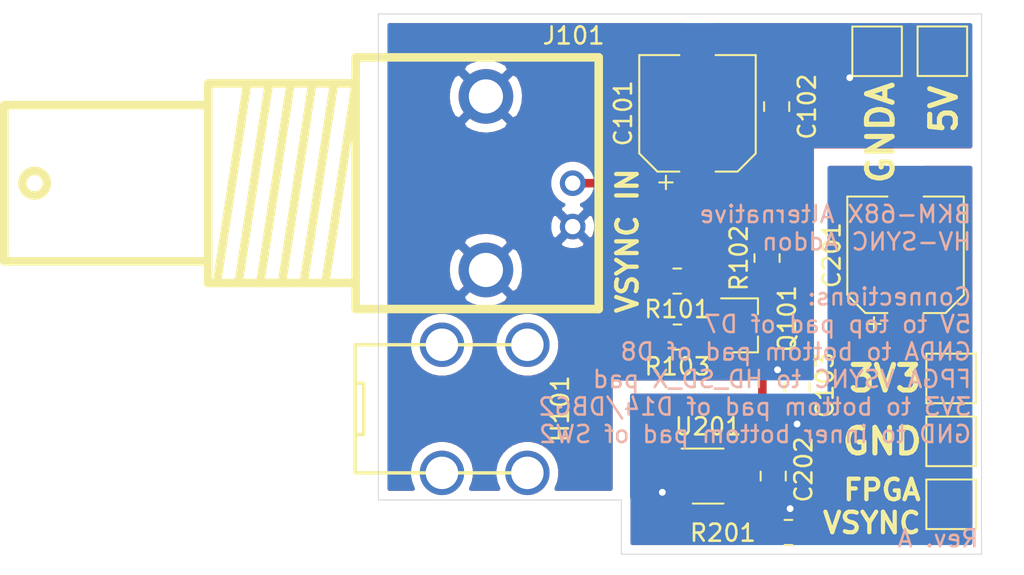
<source format=kicad_pcb>
(kicad_pcb (version 20171130) (host pcbnew 5.1.12-84ad8e8a86~92~ubuntu20.04.1)

  (general
    (thickness 1.6)
    (drawings 14)
    (tracks 65)
    (zones 0)
    (modules 18)
    (nets 10)
  )

  (page A4)
  (layers
    (0 F.Cu signal)
    (31 B.Cu signal)
    (32 B.Adhes user)
    (33 F.Adhes user)
    (34 B.Paste user)
    (35 F.Paste user)
    (36 B.SilkS user)
    (37 F.SilkS user)
    (38 B.Mask user)
    (39 F.Mask user)
    (40 Dwgs.User user)
    (41 Cmts.User user)
    (42 Eco1.User user)
    (43 Eco2.User user)
    (44 Edge.Cuts user)
    (45 Margin user)
    (46 B.CrtYd user)
    (47 F.CrtYd user)
    (48 B.Fab user)
    (49 F.Fab user)
  )

  (setup
    (last_trace_width 0.25)
    (user_trace_width 0.5)
    (trace_clearance 0.2)
    (zone_clearance 0.508)
    (zone_45_only no)
    (trace_min 0.2)
    (via_size 0.8)
    (via_drill 0.4)
    (via_min_size 0.4)
    (via_min_drill 0.3)
    (uvia_size 0.3)
    (uvia_drill 0.1)
    (uvias_allowed no)
    (uvia_min_size 0.2)
    (uvia_min_drill 0.1)
    (edge_width 0.05)
    (segment_width 0.2)
    (pcb_text_width 0.3)
    (pcb_text_size 1.5 1.5)
    (mod_edge_width 0.12)
    (mod_text_size 1 1)
    (mod_text_width 0.15)
    (pad_size 1.524 1.524)
    (pad_drill 0.762)
    (pad_to_mask_clearance 0)
    (aux_axis_origin 0 0)
    (visible_elements FFFFFF7F)
    (pcbplotparams
      (layerselection 0x010fc_ffffffff)
      (usegerberextensions false)
      (usegerberattributes true)
      (usegerberadvancedattributes true)
      (creategerberjobfile true)
      (excludeedgelayer true)
      (linewidth 0.100000)
      (plotframeref false)
      (viasonmask false)
      (mode 1)
      (useauxorigin false)
      (hpglpennumber 1)
      (hpglpenspeed 20)
      (hpglpendiameter 15.000000)
      (psnegative false)
      (psa4output false)
      (plotreference true)
      (plotvalue true)
      (plotinvisibletext false)
      (padsonsilk false)
      (subtractmaskfromsilk false)
      (outputformat 1)
      (mirror false)
      (drillshape 0)
      (scaleselection 1)
      (outputdirectory "plot"))
  )

  (net 0 "")
  (net 1 +5VA)
  (net 2 GNDA)
  (net 3 GND)
  (net 4 +3V3)
  (net 5 "Net-(J101-Pad1)")
  (net 6 "Net-(Q101-Pad1)")
  (net 7 "Net-(Q101-Pad3)")
  (net 8 "Net-(R201-Pad1)")
  (net 9 "Net-(R201-Pad2)")

  (net_class Default "This is the default net class."
    (clearance 0.2)
    (trace_width 0.25)
    (via_dia 0.8)
    (via_drill 0.4)
    (uvia_dia 0.3)
    (uvia_drill 0.1)
    (add_net +3V3)
    (add_net +5VA)
    (add_net GND)
    (add_net GNDA)
    (add_net "Net-(J101-Pad1)")
    (add_net "Net-(Q101-Pad1)")
    (add_net "Net-(Q101-Pad3)")
    (add_net "Net-(R201-Pad1)")
    (add_net "Net-(R201-Pad2)")
  )

  (module Capacitor_SMD:C_0805_2012Metric_Pad1.18x1.45mm_HandSolder (layer F.Cu) (tedit 5F68FEEF) (tstamp 62AB7CC4)
    (at 118.618 142.621 270)
    (descr "Capacitor SMD 0805 (2012 Metric), square (rectangular) end terminal, IPC_7351 nominal with elongated pad for handsoldering. (Body size source: IPC-SM-782 page 76, https://www.pcb-3d.com/wordpress/wp-content/uploads/ipc-sm-782a_amendment_1_and_2.pdf, https://docs.google.com/spreadsheets/d/1BsfQQcO9C6DZCsRaXUlFlo91Tg2WpOkGARC1WS5S8t0/edit?usp=sharing), generated with kicad-footprint-generator")
    (tags "capacitor handsolder")
    (path /62A9A3BC)
    (attr smd)
    (fp_text reference C202 (at -0.381 -1.778 90) (layer F.SilkS)
      (effects (font (size 1 1) (thickness 0.15)))
    )
    (fp_text value 100nF (at 0 1.68 90) (layer F.Fab)
      (effects (font (size 1 1) (thickness 0.15)))
    )
    (fp_line (start -1 0.625) (end -1 -0.625) (layer F.Fab) (width 0.1))
    (fp_line (start -1 -0.625) (end 1 -0.625) (layer F.Fab) (width 0.1))
    (fp_line (start 1 -0.625) (end 1 0.625) (layer F.Fab) (width 0.1))
    (fp_line (start 1 0.625) (end -1 0.625) (layer F.Fab) (width 0.1))
    (fp_line (start -0.261252 -0.735) (end 0.261252 -0.735) (layer F.SilkS) (width 0.12))
    (fp_line (start -0.261252 0.735) (end 0.261252 0.735) (layer F.SilkS) (width 0.12))
    (fp_line (start -1.88 0.98) (end -1.88 -0.98) (layer F.CrtYd) (width 0.05))
    (fp_line (start -1.88 -0.98) (end 1.88 -0.98) (layer F.CrtYd) (width 0.05))
    (fp_line (start 1.88 -0.98) (end 1.88 0.98) (layer F.CrtYd) (width 0.05))
    (fp_line (start 1.88 0.98) (end -1.88 0.98) (layer F.CrtYd) (width 0.05))
    (fp_text user %R (at 0 0 90) (layer F.Fab)
      (effects (font (size 0.5 0.5) (thickness 0.08)))
    )
    (pad 2 smd roundrect (at 1.0375 0 270) (size 1.175 1.45) (layers F.Cu F.Paste F.Mask) (roundrect_rratio 0.2127659574468085)
      (net 3 GND))
    (pad 1 smd roundrect (at -1.0375 0 270) (size 1.175 1.45) (layers F.Cu F.Paste F.Mask) (roundrect_rratio 0.2127659574468085)
      (net 4 +3V3))
    (model ${KISYS3DMOD}/Capacitor_SMD.3dshapes/C_0805_2012Metric.wrl
      (at (xyz 0 0 0))
      (scale (xyz 1 1 1))
      (rotate (xyz 0 0 0))
    )
  )

  (module bnc-tht:BNC-THT (layer F.Cu) (tedit 5E2B47FF) (tstamp 62A7A745)
    (at 101.799201 125.476)
    (path /62A77AC0)
    (fp_text reference J101 (at 5.134799 -8.636) (layer F.SilkS)
      (effects (font (size 1 1) (thickness 0.15)))
    )
    (fp_text value Conn_Coaxial (at 0 -8.382) (layer F.Fab)
      (effects (font (size 1 1) (thickness 0.15)))
    )
    (fp_line (start -7.62 7.366) (end 6.604 7.366) (layer F.SilkS) (width 0.5))
    (fp_line (start -7.62 -7.366) (end -7.62 7.366) (layer F.SilkS) (width 0.5))
    (fp_line (start 6.604 -7.366) (end -7.62 -7.366) (layer F.SilkS) (width 0.5))
    (fp_line (start 6.604 7.366) (end 6.604 -7.366) (layer F.SilkS) (width 0.5))
    (fp_line (start -16.256 -5.842) (end -7.62 -5.842) (layer F.SilkS) (width 0.5))
    (fp_line (start -16.256 5.842) (end -16.256 -5.842) (layer F.SilkS) (width 0.5))
    (fp_line (start -7.62 5.842) (end -16.256 5.842) (layer F.SilkS) (width 0.5))
    (fp_line (start -15.748 5.842) (end -13.97 -5.842) (layer F.SilkS) (width 0.5))
    (fp_line (start -14.478 5.842) (end -12.7 -5.842) (layer F.SilkS) (width 0.5))
    (fp_line (start -13.208 5.842) (end -11.43 -5.842) (layer F.SilkS) (width 0.5))
    (fp_line (start -11.938 5.842) (end -10.16 -5.842) (layer F.SilkS) (width 0.5))
    (fp_line (start -10.668 5.842) (end -8.89 -5.842) (layer F.SilkS) (width 0.5))
    (fp_line (start -9.398 5.842) (end -7.62 -5.842) (layer F.SilkS) (width 0.5))
    (fp_line (start -28.194 -4.572) (end -16.256 -4.572) (layer F.SilkS) (width 0.5))
    (fp_line (start -28.194 0) (end -28.194 -4.572) (layer F.SilkS) (width 0.5))
    (fp_line (start -28.194 4.572) (end -16.256 4.572) (layer F.SilkS) (width 0.5))
    (fp_line (start -28.194 0) (end -28.194 4.572) (layer F.SilkS) (width 0.5))
    (fp_circle (center -26.416 0) (end -25.908 -0.508) (layer F.SilkS) (width 0.5))
    (pad 2 thru_hole circle (at 5.08 2.54) (size 1.5 1.5) (drill 0.9) (layers *.Cu *.Mask)
      (net 2 GNDA))
    (pad 2 thru_hole circle (at 0 -5.08) (size 3.2 3.2) (drill 2) (layers *.Cu *.Mask)
      (net 2 GNDA))
    (pad 2 thru_hole circle (at 0 5.08) (size 3.2 3.2) (drill 2) (layers *.Cu *.Mask)
      (net 2 GNDA))
    (pad 1 thru_hole circle (at 5.08 0) (size 1.5 1.5) (drill 0.9) (layers *.Cu *.Mask)
      (net 5 "Net-(J101-Pad1)"))
    (model ${KIPRJMOD}/73100-0131.step
      (offset (xyz -10.5 0 3))
      (scale (xyz 1 1 1))
      (rotate (xyz -90 0 90))
    )
  )

  (module TestPoint:TestPoint_Pad_2.5x2.5mm (layer F.Cu) (tedit 5A0F774F) (tstamp 62A78408)
    (at 129.032 144.272)
    (descr "SMD rectangular pad as test Point, square 2.5mm side length")
    (tags "test point SMD pad rectangle square")
    (path /62AA26C3)
    (attr virtual)
    (fp_text reference TP203 (at 0 -2.148 180) (layer F.SilkS) hide
      (effects (font (size 1 1) (thickness 0.15)))
    )
    (fp_text value VSYNC_OUT (at 0 2.25) (layer F.Fab)
      (effects (font (size 1 1) (thickness 0.15)))
    )
    (fp_line (start 1.75 1.75) (end -1.75 1.75) (layer F.CrtYd) (width 0.05))
    (fp_line (start 1.75 1.75) (end 1.75 -1.75) (layer F.CrtYd) (width 0.05))
    (fp_line (start -1.75 -1.75) (end -1.75 1.75) (layer F.CrtYd) (width 0.05))
    (fp_line (start -1.75 -1.75) (end 1.75 -1.75) (layer F.CrtYd) (width 0.05))
    (fp_line (start -1.45 1.45) (end -1.45 -1.45) (layer F.SilkS) (width 0.12))
    (fp_line (start 1.45 1.45) (end -1.45 1.45) (layer F.SilkS) (width 0.12))
    (fp_line (start 1.45 -1.45) (end 1.45 1.45) (layer F.SilkS) (width 0.12))
    (fp_line (start -1.45 -1.45) (end 1.45 -1.45) (layer F.SilkS) (width 0.12))
    (fp_text user %R (at 0 -2.15) (layer F.Fab)
      (effects (font (size 1 1) (thickness 0.15)))
    )
    (pad 1 smd rect (at 0 0) (size 2.5 2.5) (layers F.Cu F.Mask)
      (net 9 "Net-(R201-Pad2)"))
  )

  (module Capacitor_SMD:CP_Elec_6.3x5.4 (layer F.Cu) (tedit 5BCA39D0) (tstamp 62A8F3DE)
    (at 126.365 129.667 90)
    (descr "SMD capacitor, aluminum electrolytic, Panasonic C55, 6.3x5.4mm")
    (tags "capacitor electrolytic")
    (path /62A9A3B6)
    (attr smd)
    (fp_text reference C201 (at -0.0254 -4.318 90) (layer F.SilkS)
      (effects (font (size 1 1) (thickness 0.15)))
    )
    (fp_text value 100uF (at 0 4.35 90) (layer F.Fab)
      (effects (font (size 1 1) (thickness 0.15)))
    )
    (fp_circle (center 0 0) (end 3.15 0) (layer F.Fab) (width 0.1))
    (fp_line (start 3.3 -3.3) (end 3.3 3.3) (layer F.Fab) (width 0.1))
    (fp_line (start -2.3 -3.3) (end 3.3 -3.3) (layer F.Fab) (width 0.1))
    (fp_line (start -2.3 3.3) (end 3.3 3.3) (layer F.Fab) (width 0.1))
    (fp_line (start -3.3 -2.3) (end -3.3 2.3) (layer F.Fab) (width 0.1))
    (fp_line (start -3.3 -2.3) (end -2.3 -3.3) (layer F.Fab) (width 0.1))
    (fp_line (start -3.3 2.3) (end -2.3 3.3) (layer F.Fab) (width 0.1))
    (fp_line (start -2.704838 -1.33) (end -2.074838 -1.33) (layer F.Fab) (width 0.1))
    (fp_line (start -2.389838 -1.645) (end -2.389838 -1.015) (layer F.Fab) (width 0.1))
    (fp_line (start 3.41 3.41) (end 3.41 1.06) (layer F.SilkS) (width 0.12))
    (fp_line (start 3.41 -3.41) (end 3.41 -1.06) (layer F.SilkS) (width 0.12))
    (fp_line (start -2.345563 -3.41) (end 3.41 -3.41) (layer F.SilkS) (width 0.12))
    (fp_line (start -2.345563 3.41) (end 3.41 3.41) (layer F.SilkS) (width 0.12))
    (fp_line (start -3.41 2.345563) (end -3.41 1.06) (layer F.SilkS) (width 0.12))
    (fp_line (start -3.41 -2.345563) (end -3.41 -1.06) (layer F.SilkS) (width 0.12))
    (fp_line (start -3.41 -2.345563) (end -2.345563 -3.41) (layer F.SilkS) (width 0.12))
    (fp_line (start -3.41 2.345563) (end -2.345563 3.41) (layer F.SilkS) (width 0.12))
    (fp_line (start -4.4375 -1.8475) (end -3.65 -1.8475) (layer F.SilkS) (width 0.12))
    (fp_line (start -4.04375 -2.24125) (end -4.04375 -1.45375) (layer F.SilkS) (width 0.12))
    (fp_line (start 3.55 -3.55) (end 3.55 -1.05) (layer F.CrtYd) (width 0.05))
    (fp_line (start 3.55 -1.05) (end 4.8 -1.05) (layer F.CrtYd) (width 0.05))
    (fp_line (start 4.8 -1.05) (end 4.8 1.05) (layer F.CrtYd) (width 0.05))
    (fp_line (start 4.8 1.05) (end 3.55 1.05) (layer F.CrtYd) (width 0.05))
    (fp_line (start 3.55 1.05) (end 3.55 3.55) (layer F.CrtYd) (width 0.05))
    (fp_line (start -2.4 3.55) (end 3.55 3.55) (layer F.CrtYd) (width 0.05))
    (fp_line (start -2.4 -3.55) (end 3.55 -3.55) (layer F.CrtYd) (width 0.05))
    (fp_line (start -3.55 2.4) (end -2.4 3.55) (layer F.CrtYd) (width 0.05))
    (fp_line (start -3.55 -2.4) (end -2.4 -3.55) (layer F.CrtYd) (width 0.05))
    (fp_line (start -3.55 -2.4) (end -3.55 -1.05) (layer F.CrtYd) (width 0.05))
    (fp_line (start -3.55 1.05) (end -3.55 2.4) (layer F.CrtYd) (width 0.05))
    (fp_line (start -3.55 -1.05) (end -4.8 -1.05) (layer F.CrtYd) (width 0.05))
    (fp_line (start -4.8 -1.05) (end -4.8 1.05) (layer F.CrtYd) (width 0.05))
    (fp_line (start -4.8 1.05) (end -3.55 1.05) (layer F.CrtYd) (width 0.05))
    (fp_text user %R (at 0 0 90) (layer F.Fab)
      (effects (font (size 1 1) (thickness 0.15)))
    )
    (pad 2 smd roundrect (at 2.8 0 90) (size 3.5 1.6) (layers F.Cu F.Paste F.Mask) (roundrect_rratio 0.15625)
      (net 3 GND))
    (pad 1 smd roundrect (at -2.8 0 90) (size 3.5 1.6) (layers F.Cu F.Paste F.Mask) (roundrect_rratio 0.15625)
      (net 4 +3V3))
    (model ${KISYS3DMOD}/Capacitor_SMD.3dshapes/CP_Elec_6.3x5.4.wrl
      (at (xyz 0 0 0))
      (scale (xyz 1 1 1))
      (rotate (xyz 0 0 0))
    )
  )

  (module Capacitor_SMD:CP_Elec_6.3x5.4 (layer F.Cu) (tedit 5BCA39D0) (tstamp 62A782D9)
    (at 114.1857 121.3866 90)
    (descr "SMD capacitor, aluminum electrolytic, Panasonic C55, 6.3x5.4mm")
    (tags "capacitor electrolytic")
    (path /62A9182A)
    (attr smd)
    (fp_text reference C101 (at 0 -4.35 90) (layer F.SilkS)
      (effects (font (size 1 1) (thickness 0.15)))
    )
    (fp_text value 100uF (at 0 4.35 90) (layer F.Fab)
      (effects (font (size 1 1) (thickness 0.15)))
    )
    (fp_line (start -4.8 1.05) (end -3.55 1.05) (layer F.CrtYd) (width 0.05))
    (fp_line (start -4.8 -1.05) (end -4.8 1.05) (layer F.CrtYd) (width 0.05))
    (fp_line (start -3.55 -1.05) (end -4.8 -1.05) (layer F.CrtYd) (width 0.05))
    (fp_line (start -3.55 1.05) (end -3.55 2.4) (layer F.CrtYd) (width 0.05))
    (fp_line (start -3.55 -2.4) (end -3.55 -1.05) (layer F.CrtYd) (width 0.05))
    (fp_line (start -3.55 -2.4) (end -2.4 -3.55) (layer F.CrtYd) (width 0.05))
    (fp_line (start -3.55 2.4) (end -2.4 3.55) (layer F.CrtYd) (width 0.05))
    (fp_line (start -2.4 -3.55) (end 3.55 -3.55) (layer F.CrtYd) (width 0.05))
    (fp_line (start -2.4 3.55) (end 3.55 3.55) (layer F.CrtYd) (width 0.05))
    (fp_line (start 3.55 1.05) (end 3.55 3.55) (layer F.CrtYd) (width 0.05))
    (fp_line (start 4.8 1.05) (end 3.55 1.05) (layer F.CrtYd) (width 0.05))
    (fp_line (start 4.8 -1.05) (end 4.8 1.05) (layer F.CrtYd) (width 0.05))
    (fp_line (start 3.55 -1.05) (end 4.8 -1.05) (layer F.CrtYd) (width 0.05))
    (fp_line (start 3.55 -3.55) (end 3.55 -1.05) (layer F.CrtYd) (width 0.05))
    (fp_line (start -4.04375 -2.24125) (end -4.04375 -1.45375) (layer F.SilkS) (width 0.12))
    (fp_line (start -4.4375 -1.8475) (end -3.65 -1.8475) (layer F.SilkS) (width 0.12))
    (fp_line (start -3.41 2.345563) (end -2.345563 3.41) (layer F.SilkS) (width 0.12))
    (fp_line (start -3.41 -2.345563) (end -2.345563 -3.41) (layer F.SilkS) (width 0.12))
    (fp_line (start -3.41 -2.345563) (end -3.41 -1.06) (layer F.SilkS) (width 0.12))
    (fp_line (start -3.41 2.345563) (end -3.41 1.06) (layer F.SilkS) (width 0.12))
    (fp_line (start -2.345563 3.41) (end 3.41 3.41) (layer F.SilkS) (width 0.12))
    (fp_line (start -2.345563 -3.41) (end 3.41 -3.41) (layer F.SilkS) (width 0.12))
    (fp_line (start 3.41 -3.41) (end 3.41 -1.06) (layer F.SilkS) (width 0.12))
    (fp_line (start 3.41 3.41) (end 3.41 1.06) (layer F.SilkS) (width 0.12))
    (fp_line (start -2.389838 -1.645) (end -2.389838 -1.015) (layer F.Fab) (width 0.1))
    (fp_line (start -2.704838 -1.33) (end -2.074838 -1.33) (layer F.Fab) (width 0.1))
    (fp_line (start -3.3 2.3) (end -2.3 3.3) (layer F.Fab) (width 0.1))
    (fp_line (start -3.3 -2.3) (end -2.3 -3.3) (layer F.Fab) (width 0.1))
    (fp_line (start -3.3 -2.3) (end -3.3 2.3) (layer F.Fab) (width 0.1))
    (fp_line (start -2.3 3.3) (end 3.3 3.3) (layer F.Fab) (width 0.1))
    (fp_line (start -2.3 -3.3) (end 3.3 -3.3) (layer F.Fab) (width 0.1))
    (fp_line (start 3.3 -3.3) (end 3.3 3.3) (layer F.Fab) (width 0.1))
    (fp_circle (center 0 0) (end 3.15 0) (layer F.Fab) (width 0.1))
    (fp_text user %R (at 0 0 90) (layer F.Fab)
      (effects (font (size 1 1) (thickness 0.15)))
    )
    (pad 1 smd roundrect (at -2.8 0 90) (size 3.5 1.6) (layers F.Cu F.Paste F.Mask) (roundrect_rratio 0.15625)
      (net 1 +5VA))
    (pad 2 smd roundrect (at 2.8 0 90) (size 3.5 1.6) (layers F.Cu F.Paste F.Mask) (roundrect_rratio 0.15625)
      (net 2 GNDA))
    (model ${KISYS3DMOD}/Capacitor_SMD.3dshapes/CP_Elec_6.3x5.4.wrl
      (at (xyz 0 0 0))
      (scale (xyz 1 1 1))
      (rotate (xyz 0 0 0))
    )
  )

  (module Package_TO_SOT_SMD:SOT-23 (layer F.Cu) (tedit 5A02FF57) (tstamp 62A78CFB)
    (at 116.967 133.7974)
    (descr "SOT-23, Standard")
    (tags SOT-23)
    (path /62A79F44)
    (attr smd)
    (fp_text reference Q101 (at 2.4638 -0.3966 90) (layer F.SilkS)
      (effects (font (size 1 1) (thickness 0.15)))
    )
    (fp_text value MMBT3904 (at 0 2.5) (layer F.Fab)
      (effects (font (size 1 1) (thickness 0.15)))
    )
    (fp_line (start 0.76 1.58) (end -0.7 1.58) (layer F.SilkS) (width 0.12))
    (fp_line (start 0.76 -1.58) (end -1.4 -1.58) (layer F.SilkS) (width 0.12))
    (fp_line (start -1.7 1.75) (end -1.7 -1.75) (layer F.CrtYd) (width 0.05))
    (fp_line (start 1.7 1.75) (end -1.7 1.75) (layer F.CrtYd) (width 0.05))
    (fp_line (start 1.7 -1.75) (end 1.7 1.75) (layer F.CrtYd) (width 0.05))
    (fp_line (start -1.7 -1.75) (end 1.7 -1.75) (layer F.CrtYd) (width 0.05))
    (fp_line (start 0.76 -1.58) (end 0.76 -0.65) (layer F.SilkS) (width 0.12))
    (fp_line (start 0.76 1.58) (end 0.76 0.65) (layer F.SilkS) (width 0.12))
    (fp_line (start -0.7 1.52) (end 0.7 1.52) (layer F.Fab) (width 0.1))
    (fp_line (start 0.7 -1.52) (end 0.7 1.52) (layer F.Fab) (width 0.1))
    (fp_line (start -0.7 -0.95) (end -0.15 -1.52) (layer F.Fab) (width 0.1))
    (fp_line (start -0.15 -1.52) (end 0.7 -1.52) (layer F.Fab) (width 0.1))
    (fp_line (start -0.7 -0.95) (end -0.7 1.5) (layer F.Fab) (width 0.1))
    (fp_text user %R (at 0 0 90) (layer F.Fab)
      (effects (font (size 0.5 0.5) (thickness 0.075)))
    )
    (pad 1 smd rect (at -1 -0.95) (size 0.9 0.8) (layers F.Cu F.Paste F.Mask)
      (net 6 "Net-(Q101-Pad1)"))
    (pad 2 smd rect (at -1 0.95) (size 0.9 0.8) (layers F.Cu F.Paste F.Mask)
      (net 2 GNDA))
    (pad 3 smd rect (at 1 0) (size 0.9 0.8) (layers F.Cu F.Paste F.Mask)
      (net 7 "Net-(Q101-Pad3)"))
    (model ${KISYS3DMOD}/Package_TO_SOT_SMD.3dshapes/SOT-23.wrl
      (at (xyz 0 0 0))
      (scale (xyz 1 1 1))
      (rotate (xyz 0 0 0))
    )
  )

  (module TestPoint:TestPoint_Pad_2.5x2.5mm (layer F.Cu) (tedit 5A0F774F) (tstamp 62A78A32)
    (at 128.52 117.75)
    (descr "SMD rectangular pad as test Point, square 2.5mm side length")
    (tags "test point SMD pad rectangle square")
    (path /62AB7F76)
    (attr virtual)
    (fp_text reference TP101 (at 0 -2.148) (layer F.SilkS) hide
      (effects (font (size 1 1) (thickness 0.15)))
    )
    (fp_text value 5VA (at 0 2.25) (layer F.Fab)
      (effects (font (size 1 1) (thickness 0.15)))
    )
    (fp_line (start -1.45 -1.45) (end 1.45 -1.45) (layer F.SilkS) (width 0.12))
    (fp_line (start 1.45 -1.45) (end 1.45 1.45) (layer F.SilkS) (width 0.12))
    (fp_line (start 1.45 1.45) (end -1.45 1.45) (layer F.SilkS) (width 0.12))
    (fp_line (start -1.45 1.45) (end -1.45 -1.45) (layer F.SilkS) (width 0.12))
    (fp_line (start -1.75 -1.75) (end 1.75 -1.75) (layer F.CrtYd) (width 0.05))
    (fp_line (start -1.75 -1.75) (end -1.75 1.75) (layer F.CrtYd) (width 0.05))
    (fp_line (start 1.75 1.75) (end 1.75 -1.75) (layer F.CrtYd) (width 0.05))
    (fp_line (start 1.75 1.75) (end -1.75 1.75) (layer F.CrtYd) (width 0.05))
    (fp_text user %R (at 0 -2.15) (layer F.Fab)
      (effects (font (size 1 1) (thickness 0.15)))
    )
    (pad 1 smd rect (at 0 0) (size 2.5 2.5) (layers F.Cu F.Mask)
      (net 1 +5VA))
  )

  (module TestPoint:TestPoint_Pad_2.5x2.5mm (layer F.Cu) (tedit 5A0F774F) (tstamp 62A783DE)
    (at 124.7 117.7544)
    (descr "SMD rectangular pad as test Point, square 2.5mm side length")
    (tags "test point SMD pad rectangle square")
    (path /62ABA282)
    (attr virtual)
    (fp_text reference TP102 (at 0 -2.148) (layer F.SilkS) hide
      (effects (font (size 1 1) (thickness 0.15)))
    )
    (fp_text value GNDA (at 0 2.25) (layer F.Fab)
      (effects (font (size 1 1) (thickness 0.15)))
    )
    (fp_line (start 1.75 1.75) (end -1.75 1.75) (layer F.CrtYd) (width 0.05))
    (fp_line (start 1.75 1.75) (end 1.75 -1.75) (layer F.CrtYd) (width 0.05))
    (fp_line (start -1.75 -1.75) (end -1.75 1.75) (layer F.CrtYd) (width 0.05))
    (fp_line (start -1.75 -1.75) (end 1.75 -1.75) (layer F.CrtYd) (width 0.05))
    (fp_line (start -1.45 1.45) (end -1.45 -1.45) (layer F.SilkS) (width 0.12))
    (fp_line (start 1.45 1.45) (end -1.45 1.45) (layer F.SilkS) (width 0.12))
    (fp_line (start 1.45 -1.45) (end 1.45 1.45) (layer F.SilkS) (width 0.12))
    (fp_line (start -1.45 -1.45) (end 1.45 -1.45) (layer F.SilkS) (width 0.12))
    (fp_text user %R (at 0 -2.15) (layer F.Fab)
      (effects (font (size 1 1) (thickness 0.15)))
    )
    (pad 1 smd rect (at 0 0) (size 2.5 2.5) (layers F.Cu F.Mask)
      (net 2 GNDA))
  )

  (module TestPoint:TestPoint_Pad_2.5x2.5mm (layer F.Cu) (tedit 5A0F774F) (tstamp 62A783EC)
    (at 129.032 136.906)
    (descr "SMD rectangular pad as test Point, square 2.5mm side length")
    (tags "test point SMD pad rectangle square")
    (path /62AA3E8D)
    (attr virtual)
    (fp_text reference TP201 (at 0 -2.148) (layer F.SilkS) hide
      (effects (font (size 1 1) (thickness 0.15)))
    )
    (fp_text value 3V3 (at 0 2.25) (layer F.Fab)
      (effects (font (size 1 1) (thickness 0.15)))
    )
    (fp_line (start -1.45 -1.45) (end 1.45 -1.45) (layer F.SilkS) (width 0.12))
    (fp_line (start 1.45 -1.45) (end 1.45 1.45) (layer F.SilkS) (width 0.12))
    (fp_line (start 1.45 1.45) (end -1.45 1.45) (layer F.SilkS) (width 0.12))
    (fp_line (start -1.45 1.45) (end -1.45 -1.45) (layer F.SilkS) (width 0.12))
    (fp_line (start -1.75 -1.75) (end 1.75 -1.75) (layer F.CrtYd) (width 0.05))
    (fp_line (start -1.75 -1.75) (end -1.75 1.75) (layer F.CrtYd) (width 0.05))
    (fp_line (start 1.75 1.75) (end 1.75 -1.75) (layer F.CrtYd) (width 0.05))
    (fp_line (start 1.75 1.75) (end -1.75 1.75) (layer F.CrtYd) (width 0.05))
    (fp_text user %R (at 0 -2.15) (layer F.Fab)
      (effects (font (size 1 1) (thickness 0.15)))
    )
    (pad 1 smd rect (at 0 0) (size 2.5 2.5) (layers F.Cu F.Mask)
      (net 4 +3V3))
  )

  (module TestPoint:TestPoint_Pad_2.5x2.5mm (layer F.Cu) (tedit 5A0F774F) (tstamp 62A783FA)
    (at 129.032 140.589)
    (descr "SMD rectangular pad as test Point, square 2.5mm side length")
    (tags "test point SMD pad rectangle square")
    (path /62AA960E)
    (attr virtual)
    (fp_text reference TP202 (at 0 -2.148) (layer F.SilkS) hide
      (effects (font (size 1 1) (thickness 0.15)))
    )
    (fp_text value GNDD (at 0 2.25) (layer F.Fab)
      (effects (font (size 1 1) (thickness 0.15)))
    )
    (fp_line (start 1.75 1.75) (end -1.75 1.75) (layer F.CrtYd) (width 0.05))
    (fp_line (start 1.75 1.75) (end 1.75 -1.75) (layer F.CrtYd) (width 0.05))
    (fp_line (start -1.75 -1.75) (end -1.75 1.75) (layer F.CrtYd) (width 0.05))
    (fp_line (start -1.75 -1.75) (end 1.75 -1.75) (layer F.CrtYd) (width 0.05))
    (fp_line (start -1.45 1.45) (end -1.45 -1.45) (layer F.SilkS) (width 0.12))
    (fp_line (start 1.45 1.45) (end -1.45 1.45) (layer F.SilkS) (width 0.12))
    (fp_line (start 1.45 -1.45) (end 1.45 1.45) (layer F.SilkS) (width 0.12))
    (fp_line (start -1.45 -1.45) (end 1.45 -1.45) (layer F.SilkS) (width 0.12))
    (fp_text user %R (at 0 -2.15) (layer F.Fab)
      (effects (font (size 1 1) (thickness 0.15)))
    )
    (pad 1 smd rect (at 0 0) (size 2.5 2.5) (layers F.Cu F.Mask)
      (net 3 GND))
  )

  (module Capacitor_SMD:C_0805_2012Metric_Pad1.18x1.45mm_HandSolder (layer F.Cu) (tedit 5F68FEEF) (tstamp 62A7A06A)
    (at 118.8212 120.9929 90)
    (descr "Capacitor SMD 0805 (2012 Metric), square (rectangular) end terminal, IPC_7351 nominal with elongated pad for handsoldering. (Body size source: IPC-SM-782 page 76, https://www.pcb-3d.com/wordpress/wp-content/uploads/ipc-sm-782a_amendment_1_and_2.pdf, https://docs.google.com/spreadsheets/d/1BsfQQcO9C6DZCsRaXUlFlo91Tg2WpOkGARC1WS5S8t0/edit?usp=sharing), generated with kicad-footprint-generator")
    (tags "capacitor handsolder")
    (path /62A9331C)
    (attr smd)
    (fp_text reference C102 (at -0.0071 1.7788 90) (layer F.SilkS)
      (effects (font (size 1 1) (thickness 0.15)))
    )
    (fp_text value 100nF (at 0 1.68 90) (layer F.Fab)
      (effects (font (size 1 1) (thickness 0.15)))
    )
    (fp_line (start 1.88 0.98) (end -1.88 0.98) (layer F.CrtYd) (width 0.05))
    (fp_line (start 1.88 -0.98) (end 1.88 0.98) (layer F.CrtYd) (width 0.05))
    (fp_line (start -1.88 -0.98) (end 1.88 -0.98) (layer F.CrtYd) (width 0.05))
    (fp_line (start -1.88 0.98) (end -1.88 -0.98) (layer F.CrtYd) (width 0.05))
    (fp_line (start -0.261252 0.735) (end 0.261252 0.735) (layer F.SilkS) (width 0.12))
    (fp_line (start -0.261252 -0.735) (end 0.261252 -0.735) (layer F.SilkS) (width 0.12))
    (fp_line (start 1 0.625) (end -1 0.625) (layer F.Fab) (width 0.1))
    (fp_line (start 1 -0.625) (end 1 0.625) (layer F.Fab) (width 0.1))
    (fp_line (start -1 -0.625) (end 1 -0.625) (layer F.Fab) (width 0.1))
    (fp_line (start -1 0.625) (end -1 -0.625) (layer F.Fab) (width 0.1))
    (fp_text user %R (at 0 0 90) (layer F.Fab)
      (effects (font (size 0.5 0.5) (thickness 0.08)))
    )
    (pad 1 smd roundrect (at -1.0375 0 90) (size 1.175 1.45) (layers F.Cu F.Paste F.Mask) (roundrect_rratio 0.2127659574468085)
      (net 1 +5VA))
    (pad 2 smd roundrect (at 1.0375 0 90) (size 1.175 1.45) (layers F.Cu F.Paste F.Mask) (roundrect_rratio 0.2127659574468085)
      (net 2 GNDA))
    (model ${KISYS3DMOD}/Capacitor_SMD.3dshapes/C_0805_2012Metric.wrl
      (at (xyz 0 0 0))
      (scale (xyz 1 1 1))
      (rotate (xyz 0 0 0))
    )
  )

  (module Resistor_SMD:R_0805_2012Metric_Pad1.20x1.40mm_HandSolder (layer F.Cu) (tedit 5F68FEEE) (tstamp 62A88ED9)
    (at 112.9999 131.2066 180)
    (descr "Resistor SMD 0805 (2012 Metric), square (rectangular) end terminal, IPC_7351 nominal with elongated pad for handsoldering. (Body size source: IPC-SM-782 page 72, https://www.pcb-3d.com/wordpress/wp-content/uploads/ipc-sm-782a_amendment_1_and_2.pdf), generated with kicad-footprint-generator")
    (tags "resistor handsolder")
    (path /62A788C4)
    (attr smd)
    (fp_text reference R101 (at 0 -1.65) (layer F.SilkS)
      (effects (font (size 1 1) (thickness 0.15)))
    )
    (fp_text value 10K (at 0 1.65) (layer F.Fab)
      (effects (font (size 1 1) (thickness 0.15)))
    )
    (fp_line (start -1 0.625) (end -1 -0.625) (layer F.Fab) (width 0.1))
    (fp_line (start -1 -0.625) (end 1 -0.625) (layer F.Fab) (width 0.1))
    (fp_line (start 1 -0.625) (end 1 0.625) (layer F.Fab) (width 0.1))
    (fp_line (start 1 0.625) (end -1 0.625) (layer F.Fab) (width 0.1))
    (fp_line (start -0.227064 -0.735) (end 0.227064 -0.735) (layer F.SilkS) (width 0.12))
    (fp_line (start -0.227064 0.735) (end 0.227064 0.735) (layer F.SilkS) (width 0.12))
    (fp_line (start -1.85 0.95) (end -1.85 -0.95) (layer F.CrtYd) (width 0.05))
    (fp_line (start -1.85 -0.95) (end 1.85 -0.95) (layer F.CrtYd) (width 0.05))
    (fp_line (start 1.85 -0.95) (end 1.85 0.95) (layer F.CrtYd) (width 0.05))
    (fp_line (start 1.85 0.95) (end -1.85 0.95) (layer F.CrtYd) (width 0.05))
    (fp_text user %R (at 0 0) (layer F.Fab)
      (effects (font (size 0.5 0.5) (thickness 0.08)))
    )
    (pad 2 smd roundrect (at 1 0 180) (size 1.2 1.4) (layers F.Cu F.Paste F.Mask) (roundrect_rratio 0.2083325)
      (net 5 "Net-(J101-Pad1)"))
    (pad 1 smd roundrect (at -1 0 180) (size 1.2 1.4) (layers F.Cu F.Paste F.Mask) (roundrect_rratio 0.2083325)
      (net 6 "Net-(Q101-Pad1)"))
    (model ${KISYS3DMOD}/Resistor_SMD.3dshapes/R_0805_2012Metric.wrl
      (at (xyz 0 0 0))
      (scale (xyz 1 1 1))
      (rotate (xyz 0 0 0))
    )
  )

  (module Resistor_SMD:R_0805_2012Metric_Pad1.20x1.40mm_HandSolder (layer F.Cu) (tedit 5F68FEEE) (tstamp 62A7A09A)
    (at 118.2577 129.8604 90)
    (descr "Resistor SMD 0805 (2012 Metric), square (rectangular) end terminal, IPC_7351 nominal with elongated pad for handsoldering. (Body size source: IPC-SM-782 page 72, https://www.pcb-3d.com/wordpress/wp-content/uploads/ipc-sm-782a_amendment_1_and_2.pdf), generated with kicad-footprint-generator")
    (tags "resistor handsolder")
    (path /62A78F03)
    (attr smd)
    (fp_text reference R102 (at 0 -1.65 90) (layer F.SilkS)
      (effects (font (size 1 1) (thickness 0.15)))
    )
    (fp_text value 1K (at 0 1.65 90) (layer F.Fab)
      (effects (font (size 1 1) (thickness 0.15)))
    )
    (fp_line (start 1.85 0.95) (end -1.85 0.95) (layer F.CrtYd) (width 0.05))
    (fp_line (start 1.85 -0.95) (end 1.85 0.95) (layer F.CrtYd) (width 0.05))
    (fp_line (start -1.85 -0.95) (end 1.85 -0.95) (layer F.CrtYd) (width 0.05))
    (fp_line (start -1.85 0.95) (end -1.85 -0.95) (layer F.CrtYd) (width 0.05))
    (fp_line (start -0.227064 0.735) (end 0.227064 0.735) (layer F.SilkS) (width 0.12))
    (fp_line (start -0.227064 -0.735) (end 0.227064 -0.735) (layer F.SilkS) (width 0.12))
    (fp_line (start 1 0.625) (end -1 0.625) (layer F.Fab) (width 0.1))
    (fp_line (start 1 -0.625) (end 1 0.625) (layer F.Fab) (width 0.1))
    (fp_line (start -1 -0.625) (end 1 -0.625) (layer F.Fab) (width 0.1))
    (fp_line (start -1 0.625) (end -1 -0.625) (layer F.Fab) (width 0.1))
    (fp_text user %R (at 0 0 90) (layer F.Fab)
      (effects (font (size 0.5 0.5) (thickness 0.08)))
    )
    (pad 1 smd roundrect (at -1 0 90) (size 1.2 1.4) (layers F.Cu F.Paste F.Mask) (roundrect_rratio 0.2083325)
      (net 7 "Net-(Q101-Pad3)"))
    (pad 2 smd roundrect (at 1 0 90) (size 1.2 1.4) (layers F.Cu F.Paste F.Mask) (roundrect_rratio 0.2083325)
      (net 1 +5VA))
    (model ${KISYS3DMOD}/Resistor_SMD.3dshapes/R_0805_2012Metric.wrl
      (at (xyz 0 0 0))
      (scale (xyz 1 1 1))
      (rotate (xyz 0 0 0))
    )
  )

  (module Resistor_SMD:R_0805_2012Metric_Pad1.20x1.40mm_HandSolder (layer F.Cu) (tedit 5F68FEEE) (tstamp 62A88E67)
    (at 113.0126 134.4832)
    (descr "Resistor SMD 0805 (2012 Metric), square (rectangular) end terminal, IPC_7351 nominal with elongated pad for handsoldering. (Body size source: IPC-SM-782 page 72, https://www.pcb-3d.com/wordpress/wp-content/uploads/ipc-sm-782a_amendment_1_and_2.pdf), generated with kicad-footprint-generator")
    (tags "resistor handsolder")
    (path /62A792F7)
    (attr smd)
    (fp_text reference R103 (at 0 1.7272) (layer F.SilkS)
      (effects (font (size 1 1) (thickness 0.15)))
    )
    (fp_text value 75R (at 0 1.65) (layer F.Fab)
      (effects (font (size 1 1) (thickness 0.15)))
    )
    (fp_line (start -1 0.625) (end -1 -0.625) (layer F.Fab) (width 0.1))
    (fp_line (start -1 -0.625) (end 1 -0.625) (layer F.Fab) (width 0.1))
    (fp_line (start 1 -0.625) (end 1 0.625) (layer F.Fab) (width 0.1))
    (fp_line (start 1 0.625) (end -1 0.625) (layer F.Fab) (width 0.1))
    (fp_line (start -0.227064 -0.735) (end 0.227064 -0.735) (layer F.SilkS) (width 0.12))
    (fp_line (start -0.227064 0.735) (end 0.227064 0.735) (layer F.SilkS) (width 0.12))
    (fp_line (start -1.85 0.95) (end -1.85 -0.95) (layer F.CrtYd) (width 0.05))
    (fp_line (start -1.85 -0.95) (end 1.85 -0.95) (layer F.CrtYd) (width 0.05))
    (fp_line (start 1.85 -0.95) (end 1.85 0.95) (layer F.CrtYd) (width 0.05))
    (fp_line (start 1.85 0.95) (end -1.85 0.95) (layer F.CrtYd) (width 0.05))
    (fp_text user %R (at 0 0) (layer F.Fab)
      (effects (font (size 0.5 0.5) (thickness 0.08)))
    )
    (pad 2 smd roundrect (at 1 0) (size 1.2 1.4) (layers F.Cu F.Paste F.Mask) (roundrect_rratio 0.2083325)
      (net 2 GNDA))
    (pad 1 smd roundrect (at -1 0) (size 1.2 1.4) (layers F.Cu F.Paste F.Mask) (roundrect_rratio 0.2083325)
      (net 5 "Net-(J101-Pad1)"))
    (model ${KISYS3DMOD}/Resistor_SMD.3dshapes/R_0805_2012Metric.wrl
      (at (xyz 0 0 0))
      (scale (xyz 1 1 1))
      (rotate (xyz 0 0 0))
    )
  )

  (module Resistor_SMD:R_0805_2012Metric_Pad1.20x1.40mm_HandSolder (layer F.Cu) (tedit 5F68FEEE) (tstamp 62A89432)
    (at 119.507 145.923)
    (descr "Resistor SMD 0805 (2012 Metric), square (rectangular) end terminal, IPC_7351 nominal with elongated pad for handsoldering. (Body size source: IPC-SM-782 page 72, https://www.pcb-3d.com/wordpress/wp-content/uploads/ipc-sm-782a_amendment_1_and_2.pdf), generated with kicad-footprint-generator")
    (tags "resistor handsolder")
    (path /62A7AB9F)
    (attr smd)
    (fp_text reference R201 (at -3.835 0.0254 180) (layer F.SilkS)
      (effects (font (size 1 1) (thickness 0.15)))
    )
    (fp_text value 68R (at 0 1.65) (layer F.Fab)
      (effects (font (size 1 1) (thickness 0.15)))
    )
    (fp_line (start 1.85 0.95) (end -1.85 0.95) (layer F.CrtYd) (width 0.05))
    (fp_line (start 1.85 -0.95) (end 1.85 0.95) (layer F.CrtYd) (width 0.05))
    (fp_line (start -1.85 -0.95) (end 1.85 -0.95) (layer F.CrtYd) (width 0.05))
    (fp_line (start -1.85 0.95) (end -1.85 -0.95) (layer F.CrtYd) (width 0.05))
    (fp_line (start -0.227064 0.735) (end 0.227064 0.735) (layer F.SilkS) (width 0.12))
    (fp_line (start -0.227064 -0.735) (end 0.227064 -0.735) (layer F.SilkS) (width 0.12))
    (fp_line (start 1 0.625) (end -1 0.625) (layer F.Fab) (width 0.1))
    (fp_line (start 1 -0.625) (end 1 0.625) (layer F.Fab) (width 0.1))
    (fp_line (start -1 -0.625) (end 1 -0.625) (layer F.Fab) (width 0.1))
    (fp_line (start -1 0.625) (end -1 -0.625) (layer F.Fab) (width 0.1))
    (fp_text user %R (at 0 0) (layer F.Fab)
      (effects (font (size 0.5 0.5) (thickness 0.08)))
    )
    (pad 1 smd roundrect (at -1 0) (size 1.2 1.4) (layers F.Cu F.Paste F.Mask) (roundrect_rratio 0.2083325)
      (net 8 "Net-(R201-Pad1)"))
    (pad 2 smd roundrect (at 1 0) (size 1.2 1.4) (layers F.Cu F.Paste F.Mask) (roundrect_rratio 0.2083325)
      (net 9 "Net-(R201-Pad2)"))
    (model ${KISYS3DMOD}/Resistor_SMD.3dshapes/R_0805_2012Metric.wrl
      (at (xyz 0 0 0))
      (scale (xyz 1 1 1))
      (rotate (xyz 0 0 0))
    )
  )

  (module keystone-7794:7794-X (layer F.Cu) (tedit 60A17032) (tstamp 62A8FA2F)
    (at 101.727 138.684)
    (path /62AA9434)
    (fp_text reference H101 (at 4.4196 0 270) (layer F.SilkS)
      (effects (font (size 1 1) (thickness 0.15)))
    )
    (fp_text value MountingHole (at 0 -5.79) (layer F.Fab)
      (effects (font (size 1 1) (thickness 0.15)))
    )
    (fp_line (start 2.5 3.75) (end -2.5 3.75) (layer F.SilkS) (width 0.2))
    (fp_line (start -2.5 3.75) (end -7.58 3.75) (layer F.SilkS) (width 0.2))
    (fp_line (start 2.5 -3.75) (end -2.5 -3.75) (layer F.SilkS) (width 0.2))
    (fp_line (start -2.5 -3.75) (end -7.58 -3.75) (layer F.SilkS) (width 0.2))
    (fp_line (start -7.58 -3.75) (end -7.58 3.75) (layer F.SilkS) (width 0.2))
    (fp_line (start -7.58 1.5) (end -7.08 1.5) (layer F.SilkS) (width 0.2))
    (fp_line (start -7.08 1.5) (end -7.08 -1.5) (layer F.SilkS) (width 0.2))
    (fp_line (start -7.08 -1.5) (end -7.58 -1.5) (layer F.SilkS) (width 0.2))
    (pad S thru_hole circle (at -2.5 3.75) (size 2.6 2.6) (drill 1.9) (layers *.Cu *.Mask))
    (pad S thru_hole circle (at 2.5 3.75) (size 2.6 2.6) (drill 1.9) (layers *.Cu *.Mask))
    (pad S thru_hole circle (at 2.5 -3.75) (size 2.6 2.6) (drill 1.9) (layers *.Cu *.Mask))
    (pad S thru_hole circle (at -2.5 -3.75) (size 2.6 2.6) (drill 1.9) (layers *.Cu *.Mask))
    (model ${KIPRJMOD}/keystone-PN7794.STEP
      (offset (xyz -2.75 7.25 5.75))
      (scale (xyz 1 1 1))
      (rotate (xyz -90 0 90))
    )
  )

  (module Capacitor_SMD:C_0805_2012Metric_Pad1.18x1.45mm_HandSolder (layer F.Cu) (tedit 5F68FEEF) (tstamp 62A8F2C8)
    (at 120.015 137.414 90)
    (descr "Capacitor SMD 0805 (2012 Metric), square (rectangular) end terminal, IPC_7351 nominal with elongated pad for handsoldering. (Body size source: IPC-SM-782 page 76, https://www.pcb-3d.com/wordpress/wp-content/uploads/ipc-sm-782a_amendment_1_and_2.pdf, https://docs.google.com/spreadsheets/d/1BsfQQcO9C6DZCsRaXUlFlo91Tg2WpOkGARC1WS5S8t0/edit?usp=sharing), generated with kicad-footprint-generator")
    (tags "capacitor handsolder")
    (path /62A8A0D2)
    (attr smd)
    (fp_text reference C103 (at 0.115 1.6226 90) (layer F.SilkS)
      (effects (font (size 1 1) (thickness 0.15)))
    )
    (fp_text value NM (at 0 1.68 90) (layer F.Fab)
      (effects (font (size 1 1) (thickness 0.15)))
    )
    (fp_line (start 1.88 0.98) (end -1.88 0.98) (layer F.CrtYd) (width 0.05))
    (fp_line (start 1.88 -0.98) (end 1.88 0.98) (layer F.CrtYd) (width 0.05))
    (fp_line (start -1.88 -0.98) (end 1.88 -0.98) (layer F.CrtYd) (width 0.05))
    (fp_line (start -1.88 0.98) (end -1.88 -0.98) (layer F.CrtYd) (width 0.05))
    (fp_line (start -0.261252 0.735) (end 0.261252 0.735) (layer F.SilkS) (width 0.12))
    (fp_line (start -0.261252 -0.735) (end 0.261252 -0.735) (layer F.SilkS) (width 0.12))
    (fp_line (start 1 0.625) (end -1 0.625) (layer F.Fab) (width 0.1))
    (fp_line (start 1 -0.625) (end 1 0.625) (layer F.Fab) (width 0.1))
    (fp_line (start -1 -0.625) (end 1 -0.625) (layer F.Fab) (width 0.1))
    (fp_line (start -1 0.625) (end -1 -0.625) (layer F.Fab) (width 0.1))
    (fp_text user %R (at 0 0 90) (layer F.Fab)
      (effects (font (size 0.5 0.5) (thickness 0.08)))
    )
    (pad 1 smd roundrect (at -1.0375 0 90) (size 1.175 1.45) (layers F.Cu F.Paste F.Mask) (roundrect_rratio 0.2127659574468085)
      (net 3 GND))
    (pad 2 smd roundrect (at 1.0375 0 90) (size 1.175 1.45) (layers F.Cu F.Paste F.Mask) (roundrect_rratio 0.2127659574468085)
      (net 2 GNDA))
    (model ${KISYS3DMOD}/Capacitor_SMD.3dshapes/C_0805_2012Metric.wrl
      (at (xyz 0 0 0))
      (scale (xyz 1 1 1))
      (rotate (xyz 0 0 0))
    )
  )

  (module Package_TO_SOT_SMD:SOT-23-5_HandSoldering (layer F.Cu) (tedit 5A0AB76C) (tstamp 62AB7602)
    (at 114.808 142.621)
    (descr "5-pin SOT23 package")
    (tags "SOT-23-5 hand-soldering")
    (path /62AB95B5)
    (attr smd)
    (fp_text reference U201 (at 0 -2.9) (layer F.SilkS)
      (effects (font (size 1 1) (thickness 0.15)))
    )
    (fp_text value 74LVC1G34 (at 0 2.9) (layer F.Fab)
      (effects (font (size 1 1) (thickness 0.15)))
    )
    (fp_line (start 2.38 1.8) (end -2.38 1.8) (layer F.CrtYd) (width 0.05))
    (fp_line (start 2.38 1.8) (end 2.38 -1.8) (layer F.CrtYd) (width 0.05))
    (fp_line (start -2.38 -1.8) (end -2.38 1.8) (layer F.CrtYd) (width 0.05))
    (fp_line (start -2.38 -1.8) (end 2.38 -1.8) (layer F.CrtYd) (width 0.05))
    (fp_line (start 0.9 -1.55) (end 0.9 1.55) (layer F.Fab) (width 0.1))
    (fp_line (start 0.9 1.55) (end -0.9 1.55) (layer F.Fab) (width 0.1))
    (fp_line (start -0.9 -0.9) (end -0.9 1.55) (layer F.Fab) (width 0.1))
    (fp_line (start 0.9 -1.55) (end -0.25 -1.55) (layer F.Fab) (width 0.1))
    (fp_line (start -0.9 -0.9) (end -0.25 -1.55) (layer F.Fab) (width 0.1))
    (fp_line (start 0.9 -1.61) (end -1.55 -1.61) (layer F.SilkS) (width 0.12))
    (fp_line (start -0.9 1.61) (end 0.9 1.61) (layer F.SilkS) (width 0.12))
    (fp_text user %R (at 0 0 90) (layer F.Fab)
      (effects (font (size 0.5 0.5) (thickness 0.075)))
    )
    (pad 1 smd rect (at -1.35 -0.95) (size 1.56 0.65) (layers F.Cu F.Paste F.Mask))
    (pad 2 smd rect (at -1.35 0) (size 1.56 0.65) (layers F.Cu F.Paste F.Mask)
      (net 7 "Net-(Q101-Pad3)"))
    (pad 3 smd rect (at -1.35 0.95) (size 1.56 0.65) (layers F.Cu F.Paste F.Mask)
      (net 3 GND))
    (pad 4 smd rect (at 1.35 0.95) (size 1.56 0.65) (layers F.Cu F.Paste F.Mask)
      (net 8 "Net-(R201-Pad1)"))
    (pad 5 smd rect (at 1.35 -0.95) (size 1.56 0.65) (layers F.Cu F.Paste F.Mask)
      (net 4 +3V3))
    (model ${KISYS3DMOD}/Package_TO_SOT_SMD.3dshapes/SOT-23-5.wrl
      (at (xyz 0 0 0))
      (scale (xyz 1 1 1))
      (rotate (xyz 0 0 0))
    )
  )

  (gr_text "Rev. A" (at 128.27 146.2786) (layer B.SilkS)
    (effects (font (size 1 1) (thickness 0.15)) (justify mirror))
  )
  (gr_line (start 95.504 144.018) (end 95.504 115.57) (layer Edge.Cuts) (width 0.05))
  (gr_line (start 109.728 147.193) (end 130.81 147.193) (layer Edge.Cuts) (width 0.05) (tstamp 62AA403D))
  (gr_line (start 109.728 144.018) (end 109.728 147.193) (layer Edge.Cuts) (width 0.05))
  (gr_line (start 95.504 144.018) (end 109.728 144.018) (layer Edge.Cuts) (width 0.05))
  (gr_line (start 95.504 115.57) (end 130.81 115.57) (layer Edge.Cuts) (width 0.05))
  (gr_text "BKM-68X Alternative\nHV-SYNC Addon\n\nConnections:\n5V to top pad of D7\nGNDA to bottom pad of D8\nFPGA VSYNC to HD_SD_X pad\n3V3 to bottom pad of D14/DBG2\nGND to inner bottom pad of SW2 " (at 130.302 133.731) (layer B.SilkS) (tstamp 62AB7D49)
    (effects (font (size 1 1) (thickness 0.15)) (justify left mirror))
  )
  (gr_line (start 130.81 147.193) (end 130.81 115.57) (layer Edge.Cuts) (width 0.05) (tstamp 62A8F50C))
  (gr_text "VSYNC IN" (at 110.0836 124.4854 90) (layer F.SilkS) (tstamp 62A79A31)
    (effects (font (size 1.2 1.2) (thickness 0.25)) (justify right))
  )
  (gr_text "FPGA\nVSYNC" (at 127.381 144.399) (layer F.SilkS) (tstamp 62A799C3)
    (effects (font (size 1.2 1.2) (thickness 0.25)) (justify right))
  )
  (gr_text 3V3 (at 127.4318 136.906) (layer F.SilkS) (tstamp 62A8F779)
    (effects (font (size 1.5 1.5) (thickness 0.3)) (justify right))
  )
  (gr_text GND (at 127.4826 140.589) (layer F.SilkS) (tstamp 62A799B0)
    (effects (font (size 1.5 1.5) (thickness 0.3)) (justify right))
  )
  (gr_text GNDA (at 124.9 119.4 90) (layer F.SilkS) (tstamp 62A799A4)
    (effects (font (size 1.5 1.5) (thickness 0.3)) (justify right))
  )
  (gr_text 5V (at 128.6 119.6 90) (layer F.SilkS)
    (effects (font (size 1.5 1.5) (thickness 0.3)) (justify right))
  )

  (segment (start 116.665 124.1866) (end 118.8212 122.0304) (width 0.5) (layer F.Cu) (net 1) (status 20))
  (segment (start 114.1857 124.1866) (end 116.665 124.1866) (width 0.5) (layer F.Cu) (net 1) (status 10))
  (segment (start 121.3866 122.047) (end 124.714 122.047) (width 0.5) (layer F.Cu) (net 1))
  (segment (start 128.52 117.75) (end 128.52 121.28) (width 0.5) (layer F.Cu) (net 1) (status 10))
  (segment (start 127.753 122.047) (end 124.714 122.047) (width 0.5) (layer F.Cu) (net 1))
  (segment (start 128.52 121.28) (end 127.753 122.047) (width 0.5) (layer F.Cu) (net 1))
  (segment (start 115.3604 128.8604) (end 118.2577 128.8604) (width 0.5) (layer F.Cu) (net 1) (status 20))
  (segment (start 121.37 122.0304) (end 121.3866 122.047) (width 0.5) (layer F.Cu) (net 1))
  (segment (start 118.8212 122.0304) (end 121.37 122.0304) (width 0.5) (layer F.Cu) (net 1) (status 10))
  (segment (start 114.1857 127.6857) (end 115.3604 128.8604) (width 0.5) (layer F.Cu) (net 1))
  (segment (start 114.1857 124.1866) (end 114.1857 127.6857) (width 0.5) (layer F.Cu) (net 1) (status 10))
  (via (at 123.1 119.3) (size 0.8) (drill 0.4) (layers F.Cu B.Cu) (net 2))
  (segment (start 124.6456 117.7544) (end 123.1 119.3) (width 0.5) (layer F.Cu) (net 2) (status 10))
  (segment (start 124.7 117.7544) (end 124.6456 117.7544) (width 0.5) (layer F.Cu) (net 2) (status 30))
  (via (at 118.872 136.398) (size 0.8) (drill 0.4) (layers F.Cu B.Cu) (net 2))
  (segment (start 118.8935 136.3765) (end 118.872 136.398) (width 0.5) (layer F.Cu) (net 2))
  (segment (start 119.9935 136.398) (end 120.015 136.3765) (width 0.5) (layer F.Cu) (net 2))
  (segment (start 118.872 136.398) (end 119.9935 136.398) (width 0.5) (layer F.Cu) (net 2))
  (via (at 120.015 139.573) (size 0.8) (drill 0.4) (layers F.Cu B.Cu) (net 3))
  (segment (start 120.015 138.4515) (end 120.015 139.573) (width 0.5) (layer F.Cu) (net 3))
  (segment (start 112.1258 143.571) (end 113.458 143.571) (width 0.5) (layer F.Cu) (net 3))
  (via (at 112.1258 143.571) (size 0.8) (drill 0.4) (layers F.Cu B.Cu) (net 3))
  (segment (start 119.6086 144.526) (end 118.7411 143.6585) (width 0.5) (layer F.Cu) (net 3))
  (segment (start 118.7411 143.6585) (end 118.618 143.6585) (width 0.5) (layer F.Cu) (net 3))
  (via (at 119.6086 144.526) (size 0.8) (drill 0.4) (layers F.Cu B.Cu) (net 3))
  (segment (start 118.5305 141.671) (end 118.618 141.5835) (width 0.5) (layer F.Cu) (net 4))
  (segment (start 126.365 132.467) (end 128.276 132.467) (width 0.5) (layer F.Cu) (net 4))
  (segment (start 129.032 133.223) (end 129.032 136.906) (width 0.5) (layer F.Cu) (net 4))
  (segment (start 128.276 132.467) (end 129.032 133.223) (width 0.5) (layer F.Cu) (net 4))
  (segment (start 116.158 141.671) (end 117.3074 141.671) (width 0.5) (layer F.Cu) (net 4))
  (segment (start 117.3949 141.5835) (end 118.618 141.5835) (width 0.5) (layer F.Cu) (net 4))
  (segment (start 117.3074 141.671) (end 117.3949 141.5835) (width 0.5) (layer F.Cu) (net 4))
  (segment (start 125.089 132.467) (end 126.365 132.467) (width 0.5) (layer F.Cu) (net 4))
  (segment (start 124.206 133.35) (end 125.089 132.467) (width 0.5) (layer F.Cu) (net 4))
  (segment (start 124.206 139.7) (end 124.206 133.35) (width 0.5) (layer F.Cu) (net 4))
  (segment (start 122.3225 141.5835) (end 124.206 139.7) (width 0.5) (layer F.Cu) (net 4))
  (segment (start 118.618 141.5835) (end 122.3225 141.5835) (width 0.5) (layer F.Cu) (net 4))
  (segment (start 111.9999 134.4705) (end 112.0126 134.4832) (width 0.5) (layer F.Cu) (net 5) (status 30))
  (segment (start 111.9999 131.2066) (end 111.9999 134.4705) (width 0.5) (layer F.Cu) (net 5) (status 30))
  (segment (start 109.0295 125.476) (end 106.879201 125.476) (width 0.5) (layer F.Cu) (net 5))
  (segment (start 110.236 126.6825) (end 109.0295 125.476) (width 0.5) (layer F.Cu) (net 5))
  (segment (start 110.236 130.683) (end 110.236 126.6825) (width 0.5) (layer F.Cu) (net 5))
  (segment (start 110.7596 131.2066) (end 110.236 130.683) (width 0.5) (layer F.Cu) (net 5))
  (segment (start 111.9999 131.2066) (end 110.7596 131.2066) (width 0.5) (layer F.Cu) (net 5))
  (segment (start 113.9999 131.2066) (end 115.3316 131.2066) (width 0.5) (layer F.Cu) (net 6))
  (segment (start 115.967 131.842) (end 115.967 132.8474) (width 0.5) (layer F.Cu) (net 6))
  (segment (start 115.3316 131.2066) (end 115.967 131.842) (width 0.5) (layer F.Cu) (net 6))
  (segment (start 118.2577 132.1863) (end 118.2577 130.7729) (width 0.5) (layer F.Cu) (net 7))
  (segment (start 117.967 132.477) (end 118.2577 132.1863) (width 0.5) (layer F.Cu) (net 7))
  (segment (start 117.967 133.7974) (end 117.967 132.477) (width 0.5) (layer F.Cu) (net 7))
  (segment (start 112.141 142.621) (end 113.458 142.621) (width 0.5) (layer F.Cu) (net 7))
  (segment (start 111.6076 142.0876) (end 112.141 142.621) (width 0.5) (layer F.Cu) (net 7))
  (segment (start 111.6076 140.0556) (end 111.6076 142.0876) (width 0.5) (layer F.Cu) (net 7))
  (segment (start 112.0902 139.573) (end 111.6076 140.0556) (width 0.5) (layer F.Cu) (net 7))
  (segment (start 117.1702 139.573) (end 112.0902 139.573) (width 0.5) (layer F.Cu) (net 7))
  (segment (start 117.983 138.7602) (end 117.1702 139.573) (width 0.5) (layer F.Cu) (net 7))
  (segment (start 117.983 135.6934) (end 117.983 138.7602) (width 0.5) (layer F.Cu) (net 7))
  (segment (start 117.967 135.6774) (end 117.983 135.6934) (width 0.5) (layer F.Cu) (net 7))
  (segment (start 117.967 133.7974) (end 117.967 135.6774) (width 0.5) (layer F.Cu) (net 7))
  (segment (start 117.094 145.923) (end 118.507 145.923) (width 0.5) (layer F.Cu) (net 8))
  (segment (start 116.158 144.987) (end 117.094 145.923) (width 0.5) (layer F.Cu) (net 8))
  (segment (start 116.158 143.571) (end 116.158 144.987) (width 0.5) (layer F.Cu) (net 8))
  (segment (start 120.507 145.923) (end 123.3424 145.923) (width 0.5) (layer F.Cu) (net 9))
  (segment (start 124.9934 144.272) (end 129.032 144.272) (width 0.5) (layer F.Cu) (net 9))
  (segment (start 123.3424 145.923) (end 124.9934 144.272) (width 0.5) (layer F.Cu) (net 9))

  (zone (net 2) (net_name GNDA) (layer F.Cu) (tstamp 62AB8712) (hatch edge 0.508)
    (connect_pads (clearance 0.508))
    (min_thickness 0.254)
    (fill yes (arc_segments 32) (thermal_gap 0.508) (thermal_bridge_width 0.508))
    (polygon
      (pts
        (xy 130.683 123.444) (xy 121 123.444) (xy 121 137.033) (xy 115.951 137.033) (xy 109.22 137.033)
        (xy 109.22 143.891) (xy 95.631 143.891) (xy 95.631 115.697) (xy 130.683 115.697)
      )
    )
    (filled_polygon
      (pts
        (xy 113.14152 116.247098) (xy 113.031206 116.306063) (xy 112.934515 116.385415) (xy 112.855163 116.482106) (xy 112.796198 116.59242)
        (xy 112.759888 116.712118) (xy 112.747628 116.8366) (xy 112.7507 118.30085) (xy 112.90945 118.4596) (xy 114.0587 118.4596)
        (xy 114.0587 118.4396) (xy 114.3127 118.4396) (xy 114.3127 118.4596) (xy 115.46195 118.4596) (xy 115.6207 118.30085)
        (xy 115.623772 116.8366) (xy 115.611512 116.712118) (xy 115.575202 116.59242) (xy 115.516237 116.482106) (xy 115.436885 116.385415)
        (xy 115.340194 116.306063) (xy 115.22988 116.247098) (xy 115.173515 116.23) (xy 122.876651 116.23) (xy 122.860498 116.26022)
        (xy 122.824188 116.379918) (xy 122.811928 116.5044) (xy 122.815 117.46865) (xy 122.97375 117.6274) (xy 124.573 117.6274)
        (xy 124.573 117.6074) (xy 124.827 117.6074) (xy 124.827 117.6274) (xy 126.42625 117.6274) (xy 126.585 117.46865)
        (xy 126.588072 116.5044) (xy 126.575812 116.379918) (xy 126.539502 116.26022) (xy 126.523349 116.23) (xy 126.694299 116.23)
        (xy 126.680498 116.25582) (xy 126.644188 116.375518) (xy 126.631928 116.5) (xy 126.631928 119) (xy 126.644188 119.124482)
        (xy 126.680498 119.24418) (xy 126.739463 119.354494) (xy 126.818815 119.451185) (xy 126.915506 119.530537) (xy 127.02582 119.589502)
        (xy 127.145518 119.625812) (xy 127.27 119.638072) (xy 127.635001 119.638072) (xy 127.635001 120.91342) (xy 127.386422 121.162)
        (xy 121.556 121.162) (xy 121.54349 121.158205) (xy 121.413477 121.1454) (xy 121.413469 121.1454) (xy 121.37 121.141119)
        (xy 121.326531 121.1454) (xy 119.990195 121.1454) (xy 119.924162 121.064938) (xy 119.917606 121.059558) (xy 119.997385 120.994085)
        (xy 120.076737 120.897394) (xy 120.135702 120.78708) (xy 120.172012 120.667382) (xy 120.184272 120.5429) (xy 120.1812 120.24115)
        (xy 120.02245 120.0824) (xy 118.9482 120.0824) (xy 118.9482 120.1024) (xy 118.6942 120.1024) (xy 118.6942 120.0824)
        (xy 117.61995 120.0824) (xy 117.4612 120.24115) (xy 117.458128 120.5429) (xy 117.470388 120.667382) (xy 117.506698 120.78708)
        (xy 117.565663 120.897394) (xy 117.645015 120.994085) (xy 117.724794 121.059558) (xy 117.718238 121.064938) (xy 117.607795 121.199514)
        (xy 117.525728 121.35305) (xy 117.475192 121.519646) (xy 117.458128 121.6929) (xy 117.458128 122.141893) (xy 116.298422 123.3016)
        (xy 115.623772 123.3016) (xy 115.623772 122.6866) (xy 115.606708 122.513346) (xy 115.556172 122.34675) (xy 115.474105 122.193214)
        (xy 115.363662 122.058638) (xy 115.229086 121.948195) (xy 115.07555 121.866128) (xy 114.908954 121.815592) (xy 114.7357 121.798528)
        (xy 113.6357 121.798528) (xy 113.462446 121.815592) (xy 113.29585 121.866128) (xy 113.142314 121.948195) (xy 113.007738 122.058638)
        (xy 112.897295 122.193214) (xy 112.815228 122.34675) (xy 112.764692 122.513346) (xy 112.747628 122.6866) (xy 112.747628 125.6866)
        (xy 112.764692 125.859854) (xy 112.815228 126.02645) (xy 112.897295 126.179986) (xy 113.007738 126.314562) (xy 113.142314 126.425005)
        (xy 113.29585 126.507072) (xy 113.300701 126.508543) (xy 113.300701 127.642221) (xy 113.296419 127.6857) (xy 113.313505 127.85919)
        (xy 113.364112 128.026013) (xy 113.44629 128.179759) (xy 113.529168 128.280746) (xy 113.529171 128.280749) (xy 113.556884 128.314517)
        (xy 113.590651 128.342229) (xy 114.70387 129.455449) (xy 114.731583 129.489217) (xy 114.765351 129.51693) (xy 114.765353 129.516932)
        (xy 114.866341 129.599811) (xy 115.020086 129.681989) (xy 115.091944 129.703787) (xy 115.18691 129.732595) (xy 115.316923 129.7454)
        (xy 115.316931 129.7454) (xy 115.3604 129.749681) (xy 115.403869 129.7454) (xy 117.103446 129.7454) (xy 117.179738 129.838362)
        (xy 117.206591 129.8604) (xy 117.179738 129.882438) (xy 117.069295 130.017013) (xy 116.987228 130.170549) (xy 116.936692 130.337145)
        (xy 116.919628 130.510399) (xy 116.919628 131.210401) (xy 116.936692 131.383655) (xy 116.987228 131.550251) (xy 117.069295 131.703787)
        (xy 117.179738 131.838362) (xy 117.279232 131.920015) (xy 117.22759 131.982941) (xy 117.145412 132.136687) (xy 117.094805 132.30351)
        (xy 117.077719 132.477) (xy 117.082001 132.520478) (xy 117.082001 132.932932) (xy 117.065815 132.946215) (xy 117.055072 132.959305)
        (xy 117.055072 132.4474) (xy 117.042812 132.322918) (xy 117.006502 132.20322) (xy 116.947537 132.092906) (xy 116.868185 131.996215)
        (xy 116.852 131.982932) (xy 116.852 131.885465) (xy 116.856281 131.841999) (xy 116.852 131.798533) (xy 116.852 131.798523)
        (xy 116.839195 131.66851) (xy 116.788589 131.501687) (xy 116.706411 131.347941) (xy 116.595817 131.213183) (xy 116.56205 131.185471)
        (xy 115.988132 130.611554) (xy 115.960417 130.577783) (xy 115.825659 130.467189) (xy 115.671913 130.385011) (xy 115.50509 130.334405)
        (xy 115.375077 130.3216) (xy 115.375069 130.3216) (xy 115.3316 130.317319) (xy 115.288131 130.3216) (xy 115.119514 130.3216)
        (xy 115.088305 130.263213) (xy 114.977862 130.128638) (xy 114.843287 130.018195) (xy 114.689751 129.936128) (xy 114.523155 129.885592)
        (xy 114.349901 129.868528) (xy 113.649899 129.868528) (xy 113.476645 129.885592) (xy 113.310049 129.936128) (xy 113.156513 130.018195)
        (xy 113.021938 130.128638) (xy 112.9999 130.155491) (xy 112.977862 130.128638) (xy 112.843287 130.018195) (xy 112.689751 129.936128)
        (xy 112.523155 129.885592) (xy 112.349901 129.868528) (xy 111.649899 129.868528) (xy 111.476645 129.885592) (xy 111.310049 129.936128)
        (xy 111.156513 130.018195) (xy 111.121 130.04734) (xy 111.121 126.725969) (xy 111.125281 126.6825) (xy 111.121 126.639031)
        (xy 111.121 126.639023) (xy 111.108195 126.50901) (xy 111.057589 126.342187) (xy 111.057589 126.342186) (xy 110.975411 126.188441)
        (xy 110.892532 126.087453) (xy 110.89253 126.087451) (xy 110.864817 126.053683) (xy 110.831049 126.02597) (xy 109.686034 124.880956)
        (xy 109.658317 124.847183) (xy 109.523559 124.736589) (xy 109.369813 124.654411) (xy 109.20299 124.603805) (xy 109.072977 124.591)
        (xy 109.072969 124.591) (xy 109.0295 124.586719) (xy 108.986031 124.591) (xy 107.952886 124.591) (xy 107.762087 124.400201)
        (xy 107.535244 124.248629) (xy 107.28319 124.144225) (xy 107.015612 124.091) (xy 106.74279 124.091) (xy 106.475212 124.144225)
        (xy 106.223158 124.248629) (xy 105.996315 124.400201) (xy 105.803402 124.593114) (xy 105.65183 124.819957) (xy 105.547426 125.072011)
        (xy 105.494201 125.339589) (xy 105.494201 125.612411) (xy 105.547426 125.879989) (xy 105.65183 126.132043) (xy 105.803402 126.358886)
        (xy 105.996315 126.551799) (xy 106.223158 126.703371) (xy 106.32248 126.744511) (xy 106.280369 126.759723) (xy 106.167338 126.82014)
        (xy 106.101813 127.059007) (xy 106.879201 127.836395) (xy 107.656589 127.059007) (xy 107.591064 126.82014) (xy 107.432724 126.745836)
        (xy 107.535244 126.703371) (xy 107.762087 126.551799) (xy 107.952886 126.361) (xy 108.662922 126.361) (xy 109.351001 127.04908)
        (xy 109.351 130.639531) (xy 109.346719 130.683) (xy 109.351 130.726469) (xy 109.351 130.726476) (xy 109.362212 130.840314)
        (xy 109.363805 130.85649) (xy 109.379157 130.907096) (xy 109.414411 131.023312) (xy 109.496589 131.177058) (xy 109.607183 131.311817)
        (xy 109.640956 131.339534) (xy 110.103066 131.801644) (xy 110.130783 131.835417) (xy 110.265541 131.946011) (xy 110.419287 132.028189)
        (xy 110.58611 132.078795) (xy 110.716123 132.0916) (xy 110.716133 132.0916) (xy 110.759599 132.095881) (xy 110.803065 132.0916)
        (xy 110.880286 132.0916) (xy 110.911495 132.149987) (xy 111.021938 132.284562) (xy 111.1149 132.360854) (xy 111.114901 133.339368)
        (xy 111.034638 133.405238) (xy 110.924195 133.539813) (xy 110.842128 133.693349) (xy 110.791592 133.859945) (xy 110.774528 134.033199)
        (xy 110.774528 134.933201) (xy 110.791592 135.106455) (xy 110.842128 135.273051) (xy 110.924195 135.426587) (xy 111.034638 135.561162)
        (xy 111.169213 135.671605) (xy 111.322749 135.753672) (xy 111.489345 135.804208) (xy 111.662599 135.821272) (xy 112.362601 135.821272)
        (xy 112.535855 135.804208) (xy 112.702451 135.753672) (xy 112.855987 135.671605) (xy 112.937237 135.604924) (xy 112.961415 135.634385)
        (xy 113.058106 135.713737) (xy 113.16842 135.772702) (xy 113.288118 135.809012) (xy 113.4126 135.821272) (xy 113.72685 135.8182)
        (xy 113.8856 135.65945) (xy 113.8856 134.6102) (xy 113.8656 134.6102) (xy 113.8656 134.3562) (xy 113.8856 134.3562)
        (xy 113.8856 133.30695) (xy 113.72685 133.1482) (xy 113.4126 133.145128) (xy 113.288118 133.157388) (xy 113.16842 133.193698)
        (xy 113.058106 133.252663) (xy 112.961415 133.332015) (xy 112.937237 133.361476) (xy 112.8849 133.318523) (xy 112.8849 132.360854)
        (xy 112.977862 132.284562) (xy 112.9999 132.257709) (xy 113.021938 132.284562) (xy 113.156513 132.395005) (xy 113.310049 132.477072)
        (xy 113.476645 132.527608) (xy 113.649899 132.544672) (xy 114.349901 132.544672) (xy 114.523155 132.527608) (xy 114.689751 132.477072)
        (xy 114.843287 132.395005) (xy 114.887676 132.358576) (xy 114.878928 132.4474) (xy 114.878928 133.205537) (xy 114.85678 133.193698)
        (xy 114.737082 133.157388) (xy 114.6126 133.145128) (xy 114.29835 133.1482) (xy 114.1396 133.30695) (xy 114.1396 134.3562)
        (xy 114.1596 134.3562) (xy 114.1596 134.6102) (xy 114.1396 134.6102) (xy 114.1396 135.65945) (xy 114.29835 135.8182)
        (xy 114.6126 135.821272) (xy 114.737082 135.809012) (xy 114.85678 135.772702) (xy 114.967094 135.713737) (xy 115.063785 135.634385)
        (xy 115.082158 135.611997) (xy 115.162506 135.677937) (xy 115.27282 135.736902) (xy 115.392518 135.773212) (xy 115.517 135.785472)
        (xy 115.68125 135.7824) (xy 115.84 135.62365) (xy 115.84 134.8744) (xy 116.094 134.8744) (xy 116.094 135.62365)
        (xy 116.25275 135.7824) (xy 116.417 135.785472) (xy 116.541482 135.773212) (xy 116.66118 135.736902) (xy 116.771494 135.677937)
        (xy 116.868185 135.598585) (xy 116.947537 135.501894) (xy 117.006502 135.39158) (xy 117.042812 135.271882) (xy 117.055072 135.1474)
        (xy 117.052 135.03315) (xy 116.89325 134.8744) (xy 116.094 134.8744) (xy 115.84 134.8744) (xy 115.82 134.8744)
        (xy 115.82 134.6204) (xy 115.84 134.6204) (xy 115.84 134.6004) (xy 116.094 134.6004) (xy 116.094 134.6204)
        (xy 116.89325 134.6204) (xy 116.977857 134.535793) (xy 116.986463 134.551894) (xy 117.065815 134.648585) (xy 117.082 134.661868)
        (xy 117.082001 135.633921) (xy 117.077719 135.6774) (xy 117.094805 135.85089) (xy 117.098 135.861422) (xy 117.098 136.906)
        (xy 109.22 136.906) (xy 109.195224 136.90844) (xy 109.171399 136.915667) (xy 109.149443 136.927403) (xy 109.130197 136.943197)
        (xy 109.114403 136.962443) (xy 109.102667 136.984399) (xy 109.09544 137.008224) (xy 109.093 137.033) (xy 109.093 143.358)
        (xy 105.936808 143.358) (xy 105.941775 143.350566) (xy 106.087639 142.998419) (xy 106.162 142.624581) (xy 106.162 142.243419)
        (xy 106.087639 141.869581) (xy 105.941775 141.517434) (xy 105.730013 141.200509) (xy 105.460491 140.930987) (xy 105.143566 140.719225)
        (xy 104.791419 140.573361) (xy 104.417581 140.499) (xy 104.036419 140.499) (xy 103.662581 140.573361) (xy 103.310434 140.719225)
        (xy 102.993509 140.930987) (xy 102.723987 141.200509) (xy 102.512225 141.517434) (xy 102.366361 141.869581) (xy 102.292 142.243419)
        (xy 102.292 142.624581) (xy 102.366361 142.998419) (xy 102.512225 143.350566) (xy 102.517192 143.358) (xy 100.936808 143.358)
        (xy 100.941775 143.350566) (xy 101.087639 142.998419) (xy 101.162 142.624581) (xy 101.162 142.243419) (xy 101.087639 141.869581)
        (xy 100.941775 141.517434) (xy 100.730013 141.200509) (xy 100.460491 140.930987) (xy 100.143566 140.719225) (xy 99.791419 140.573361)
        (xy 99.417581 140.499) (xy 99.036419 140.499) (xy 98.662581 140.573361) (xy 98.310434 140.719225) (xy 97.993509 140.930987)
        (xy 97.723987 141.200509) (xy 97.512225 141.517434) (xy 97.366361 141.869581) (xy 97.292 142.243419) (xy 97.292 142.624581)
        (xy 97.366361 142.998419) (xy 97.512225 143.350566) (xy 97.517192 143.358) (xy 96.164 143.358) (xy 96.164 134.743419)
        (xy 97.292 134.743419) (xy 97.292 135.124581) (xy 97.366361 135.498419) (xy 97.512225 135.850566) (xy 97.723987 136.167491)
        (xy 97.993509 136.437013) (xy 98.310434 136.648775) (xy 98.662581 136.794639) (xy 99.036419 136.869) (xy 99.417581 136.869)
        (xy 99.791419 136.794639) (xy 100.143566 136.648775) (xy 100.460491 136.437013) (xy 100.730013 136.167491) (xy 100.941775 135.850566)
        (xy 101.087639 135.498419) (xy 101.162 135.124581) (xy 101.162 134.743419) (xy 102.292 134.743419) (xy 102.292 135.124581)
        (xy 102.366361 135.498419) (xy 102.512225 135.850566) (xy 102.723987 136.167491) (xy 102.993509 136.437013) (xy 103.310434 136.648775)
        (xy 103.662581 136.794639) (xy 104.036419 136.869) (xy 104.417581 136.869) (xy 104.791419 136.794639) (xy 105.143566 136.648775)
        (xy 105.460491 136.437013) (xy 105.730013 136.167491) (xy 105.941775 135.850566) (xy 106.087639 135.498419) (xy 106.162 135.124581)
        (xy 106.162 134.743419) (xy 106.087639 134.369581) (xy 105.941775 134.017434) (xy 105.730013 133.700509) (xy 105.460491 133.430987)
        (xy 105.143566 133.219225) (xy 104.791419 133.073361) (xy 104.417581 132.999) (xy 104.036419 132.999) (xy 103.662581 133.073361)
        (xy 103.310434 133.219225) (xy 102.993509 133.430987) (xy 102.723987 133.700509) (xy 102.512225 134.017434) (xy 102.366361 134.369581)
        (xy 102.292 134.743419) (xy 101.162 134.743419) (xy 101.087639 134.369581) (xy 100.941775 134.017434) (xy 100.730013 133.700509)
        (xy 100.460491 133.430987) (xy 100.143566 133.219225) (xy 99.791419 133.073361) (xy 99.417581 132.999) (xy 99.036419 132.999)
        (xy 98.662581 133.073361) (xy 98.310434 133.219225) (xy 97.993509 133.430987) (xy 97.723987 133.700509) (xy 97.512225 134.017434)
        (xy 97.366361 134.369581) (xy 97.292 134.743419) (xy 96.164 134.743419) (xy 96.164 132.118845) (xy 100.415962 132.118845)
        (xy 100.584003 132.444643) (xy 100.975808 132.645426) (xy 101.399256 132.765914) (xy 101.838074 132.801476) (xy 102.275398 132.750746)
        (xy 102.694422 132.615674) (xy 103.014399 132.444643) (xy 103.18244 132.118845) (xy 101.799201 130.735605) (xy 100.415962 132.118845)
        (xy 96.164 132.118845) (xy 96.164 130.594873) (xy 99.553725 130.594873) (xy 99.604455 131.032197) (xy 99.739527 131.451221)
        (xy 99.910558 131.771198) (xy 100.236356 131.939239) (xy 101.619596 130.556) (xy 101.978806 130.556) (xy 103.362046 131.939239)
        (xy 103.687844 131.771198) (xy 103.888627 131.379393) (xy 104.009115 130.955945) (xy 104.044677 130.517127) (xy 103.993947 130.079803)
        (xy 103.858875 129.660779) (xy 103.687844 129.340802) (xy 103.362046 129.172761) (xy 101.978806 130.556) (xy 101.619596 130.556)
        (xy 100.236356 129.172761) (xy 99.910558 129.340802) (xy 99.709775 129.732607) (xy 99.589287 130.156055) (xy 99.553725 130.594873)
        (xy 96.164 130.594873) (xy 96.164 128.993155) (xy 100.415962 128.993155) (xy 101.799201 130.376395) (xy 103.18244 128.993155)
        (xy 103.172041 128.972993) (xy 106.101813 128.972993) (xy 106.167338 129.21186) (xy 106.414317 129.32776) (xy 106.679161 129.39325)
        (xy 106.951693 129.405812) (xy 107.221439 129.364965) (xy 107.478033 129.272277) (xy 107.591064 129.21186) (xy 107.656589 128.972993)
        (xy 106.879201 128.195605) (xy 106.101813 128.972993) (xy 103.172041 128.972993) (xy 103.014399 128.667357) (xy 102.622594 128.466574)
        (xy 102.199146 128.346086) (xy 101.760328 128.310524) (xy 101.323004 128.361254) (xy 100.90398 128.496326) (xy 100.584003 128.667357)
        (xy 100.415962 128.993155) (xy 96.164 128.993155) (xy 96.164 128.088492) (xy 105.489389 128.088492) (xy 105.530236 128.358238)
        (xy 105.622924 128.614832) (xy 105.683341 128.727863) (xy 105.922208 128.793388) (xy 106.699596 128.016) (xy 107.058806 128.016)
        (xy 107.836194 128.793388) (xy 108.075061 128.727863) (xy 108.190961 128.480884) (xy 108.256451 128.21604) (xy 108.269013 127.943508)
        (xy 108.228166 127.673762) (xy 108.135478 127.417168) (xy 108.075061 127.304137) (xy 107.836194 127.238612) (xy 107.058806 128.016)
        (xy 106.699596 128.016) (xy 105.922208 127.238612) (xy 105.683341 127.304137) (xy 105.567441 127.551116) (xy 105.501951 127.81596)
        (xy 105.489389 128.088492) (xy 96.164 128.088492) (xy 96.164 121.958845) (xy 100.415962 121.958845) (xy 100.584003 122.284643)
        (xy 100.975808 122.485426) (xy 101.399256 122.605914) (xy 101.838074 122.641476) (xy 102.275398 122.590746) (xy 102.694422 122.455674)
        (xy 103.014399 122.284643) (xy 103.18244 121.958845) (xy 101.799201 120.575605) (xy 100.415962 121.958845) (xy 96.164 121.958845)
        (xy 96.164 120.434873) (xy 99.553725 120.434873) (xy 99.604455 120.872197) (xy 99.739527 121.291221) (xy 99.910558 121.611198)
        (xy 100.236356 121.779239) (xy 101.619596 120.396) (xy 101.978806 120.396) (xy 103.362046 121.779239) (xy 103.687844 121.611198)
        (xy 103.888627 121.219393) (xy 104.009115 120.795945) (xy 104.044677 120.357127) (xy 104.042296 120.3366) (xy 112.747628 120.3366)
        (xy 112.759888 120.461082) (xy 112.796198 120.58078) (xy 112.855163 120.691094) (xy 112.934515 120.787785) (xy 113.031206 120.867137)
        (xy 113.14152 120.926102) (xy 113.261218 120.962412) (xy 113.3857 120.974672) (xy 113.89995 120.9716) (xy 114.0587 120.81285)
        (xy 114.0587 118.7136) (xy 114.3127 118.7136) (xy 114.3127 120.81285) (xy 114.47145 120.9716) (xy 114.9857 120.974672)
        (xy 115.110182 120.962412) (xy 115.22988 120.926102) (xy 115.340194 120.867137) (xy 115.436885 120.787785) (xy 115.516237 120.691094)
        (xy 115.575202 120.58078) (xy 115.611512 120.461082) (xy 115.623772 120.3366) (xy 115.62174 119.3679) (xy 117.458128 119.3679)
        (xy 117.4612 119.66965) (xy 117.61995 119.8284) (xy 118.6942 119.8284) (xy 118.6942 118.89165) (xy 118.9482 118.89165)
        (xy 118.9482 119.8284) (xy 120.02245 119.8284) (xy 120.1812 119.66965) (xy 120.184272 119.3679) (xy 120.172012 119.243418)
        (xy 120.135702 119.12372) (xy 120.076737 119.013406) (xy 120.069346 119.0044) (xy 122.811928 119.0044) (xy 122.824188 119.128882)
        (xy 122.860498 119.24858) (xy 122.919463 119.358894) (xy 122.998815 119.455585) (xy 123.095506 119.534937) (xy 123.20582 119.593902)
        (xy 123.325518 119.630212) (xy 123.45 119.642472) (xy 124.41425 119.6394) (xy 124.573 119.48065) (xy 124.573 117.8814)
        (xy 124.827 117.8814) (xy 124.827 119.48065) (xy 124.98575 119.6394) (xy 125.95 119.642472) (xy 126.074482 119.630212)
        (xy 126.19418 119.593902) (xy 126.304494 119.534937) (xy 126.401185 119.455585) (xy 126.480537 119.358894) (xy 126.539502 119.24858)
        (xy 126.575812 119.128882) (xy 126.588072 119.0044) (xy 126.585 118.04015) (xy 126.42625 117.8814) (xy 124.827 117.8814)
        (xy 124.573 117.8814) (xy 122.97375 117.8814) (xy 122.815 118.04015) (xy 122.811928 119.0044) (xy 120.069346 119.0044)
        (xy 119.997385 118.916715) (xy 119.900694 118.837363) (xy 119.79038 118.778398) (xy 119.670682 118.742088) (xy 119.5462 118.729828)
        (xy 119.10695 118.7329) (xy 118.9482 118.89165) (xy 118.6942 118.89165) (xy 118.53545 118.7329) (xy 118.0962 118.729828)
        (xy 117.971718 118.742088) (xy 117.85202 118.778398) (xy 117.741706 118.837363) (xy 117.645015 118.916715) (xy 117.565663 119.013406)
        (xy 117.506698 119.12372) (xy 117.470388 119.243418) (xy 117.458128 119.3679) (xy 115.62174 119.3679) (xy 115.6207 118.87235)
        (xy 115.46195 118.7136) (xy 114.3127 118.7136) (xy 114.0587 118.7136) (xy 112.90945 118.7136) (xy 112.7507 118.87235)
        (xy 112.747628 120.3366) (xy 104.042296 120.3366) (xy 103.993947 119.919803) (xy 103.858875 119.500779) (xy 103.687844 119.180802)
        (xy 103.362046 119.012761) (xy 101.978806 120.396) (xy 101.619596 120.396) (xy 100.236356 119.012761) (xy 99.910558 119.180802)
        (xy 99.709775 119.572607) (xy 99.589287 119.996055) (xy 99.553725 120.434873) (xy 96.164 120.434873) (xy 96.164 118.833155)
        (xy 100.415962 118.833155) (xy 101.799201 120.216395) (xy 103.18244 118.833155) (xy 103.014399 118.507357) (xy 102.622594 118.306574)
        (xy 102.199146 118.186086) (xy 101.760328 118.150524) (xy 101.323004 118.201254) (xy 100.90398 118.336326) (xy 100.584003 118.507357)
        (xy 100.415962 118.833155) (xy 96.164 118.833155) (xy 96.164 116.23) (xy 113.197885 116.23)
      )
    )
    (filled_polygon
      (pts
        (xy 130.150001 123.317) (xy 121 123.317) (xy 120.975224 123.31944) (xy 120.951399 123.326667) (xy 120.929443 123.338403)
        (xy 120.910197 123.354197) (xy 120.894403 123.373443) (xy 120.882667 123.395399) (xy 120.87544 123.419224) (xy 120.873 123.444)
        (xy 120.873 135.165772) (xy 120.864482 135.163188) (xy 120.74 135.150928) (xy 120.30075 135.154) (xy 120.142 135.31275)
        (xy 120.142 136.2495) (xy 120.162 136.2495) (xy 120.162 136.5035) (xy 120.142 136.5035) (xy 120.142 136.5235)
        (xy 119.888 136.5235) (xy 119.888 136.5035) (xy 119.868 136.5035) (xy 119.868 136.2495) (xy 119.888 136.2495)
        (xy 119.888 135.31275) (xy 119.72925 135.154) (xy 119.29 135.150928) (xy 119.165518 135.163188) (xy 119.04582 135.199498)
        (xy 118.935506 135.258463) (xy 118.852 135.326994) (xy 118.852 134.661868) (xy 118.868185 134.648585) (xy 118.947537 134.551894)
        (xy 119.006502 134.44158) (xy 119.042812 134.321882) (xy 119.055072 134.1974) (xy 119.055072 133.3974) (xy 119.042812 133.272918)
        (xy 119.006502 133.15322) (xy 118.947537 133.042906) (xy 118.868185 132.946215) (xy 118.852 132.932932) (xy 118.852 132.843578)
        (xy 118.852745 132.842833) (xy 118.886517 132.815117) (xy 118.997111 132.680359) (xy 119.079289 132.526613) (xy 119.129895 132.35979)
        (xy 119.1427 132.229777) (xy 119.1427 132.229769) (xy 119.146981 132.1863) (xy 119.1427 132.142831) (xy 119.1427 131.980014)
        (xy 119.201087 131.948805) (xy 119.335662 131.838362) (xy 119.446105 131.703787) (xy 119.528172 131.550251) (xy 119.578708 131.383655)
        (xy 119.595772 131.210401) (xy 119.595772 130.510399) (xy 119.578708 130.337145) (xy 119.528172 130.170549) (xy 119.446105 130.017013)
        (xy 119.335662 129.882438) (xy 119.308809 129.8604) (xy 119.335662 129.838362) (xy 119.446105 129.703787) (xy 119.528172 129.550251)
        (xy 119.578708 129.383655) (xy 119.595772 129.210401) (xy 119.595772 128.510399) (xy 119.578708 128.337145) (xy 119.528172 128.170549)
        (xy 119.446105 128.017013) (xy 119.335662 127.882438) (xy 119.201087 127.771995) (xy 119.047551 127.689928) (xy 118.880955 127.639392)
        (xy 118.707701 127.622328) (xy 117.807699 127.622328) (xy 117.634445 127.639392) (xy 117.467849 127.689928) (xy 117.314313 127.771995)
        (xy 117.179738 127.882438) (xy 117.103446 127.9754) (xy 115.726979 127.9754) (xy 115.0707 127.319122) (xy 115.0707 126.508543)
        (xy 115.07555 126.507072) (xy 115.229086 126.425005) (xy 115.363662 126.314562) (xy 115.474105 126.179986) (xy 115.556172 126.02645)
        (xy 115.606708 125.859854) (xy 115.623772 125.6866) (xy 115.623772 125.0716) (xy 116.621531 125.0716) (xy 116.665 125.075881)
        (xy 116.708469 125.0716) (xy 116.708477 125.0716) (xy 116.83849 125.058795) (xy 117.005313 125.008189) (xy 117.159059 124.926011)
        (xy 117.293817 124.815417) (xy 117.321534 124.781644) (xy 118.847207 123.255972) (xy 119.2962 123.255972) (xy 119.469454 123.238908)
        (xy 119.63605 123.188372) (xy 119.789586 123.106305) (xy 119.924162 122.995862) (xy 119.990195 122.9154) (xy 121.2006 122.9154)
        (xy 121.21311 122.919195) (xy 121.343123 122.932) (xy 121.343131 122.932) (xy 121.3866 122.936281) (xy 121.430069 122.932)
        (xy 127.709531 122.932) (xy 127.753 122.936281) (xy 127.796469 122.932) (xy 127.796477 122.932) (xy 127.92649 122.919195)
        (xy 128.093313 122.868589) (xy 128.247059 122.786411) (xy 128.381817 122.675817) (xy 128.409534 122.642044) (xy 129.115049 121.93653)
        (xy 129.148817 121.908817) (xy 129.183852 121.866128) (xy 129.259411 121.774059) (xy 129.341589 121.620313) (xy 129.392195 121.45349)
        (xy 129.405 121.323477) (xy 129.405 121.323469) (xy 129.409281 121.28) (xy 129.405 121.236531) (xy 129.405 119.638072)
        (xy 129.77 119.638072) (xy 129.894482 119.625812) (xy 130.01418 119.589502) (xy 130.124494 119.530537) (xy 130.150001 119.509604)
      )
    )
  )
  (zone (net 3) (net_name GND) (layer F.Cu) (tstamp 62AB870F) (hatch edge 0.508)
    (connect_pads (clearance 0.508))
    (min_thickness 0.254)
    (fill yes (arc_segments 32) (thermal_gap 0.508) (thermal_bridge_width 0.508))
    (polygon
      (pts
        (xy 130.683 147.066) (xy 110.236 147.066) (xy 110.236 146.812) (xy 110.236 137.795) (xy 121.8 137.795)
        (xy 121.8 124.46) (xy 130.683 124.46)
      )
    )
    (filled_polygon
      (pts
        (xy 117.098001 138.39362) (xy 116.803622 138.688) (xy 112.133665 138.688) (xy 112.090199 138.683719) (xy 112.046733 138.688)
        (xy 112.046723 138.688) (xy 111.91671 138.700805) (xy 111.749887 138.751411) (xy 111.596141 138.833589) (xy 111.461383 138.944183)
        (xy 111.433668 138.977954) (xy 111.012556 139.399066) (xy 110.978783 139.426783) (xy 110.868189 139.561542) (xy 110.786011 139.715288)
        (xy 110.735405 139.882111) (xy 110.7226 140.012124) (xy 110.7226 140.012131) (xy 110.718319 140.0556) (xy 110.7226 140.099069)
        (xy 110.722601 142.044121) (xy 110.718319 142.0876) (xy 110.735405 142.26109) (xy 110.786012 142.427913) (xy 110.86819 142.581659)
        (xy 110.951068 142.682646) (xy 110.951071 142.682649) (xy 110.978784 142.716417) (xy 111.012552 142.74413) (xy 111.484466 143.216044)
        (xy 111.512183 143.249817) (xy 111.545954 143.277532) (xy 111.646941 143.360411) (xy 111.800686 143.442589) (xy 111.96751 143.493195)
        (xy 112.097523 143.506) (xy 112.097531 143.506) (xy 112.141 143.510281) (xy 112.184469 143.506) (xy 112.378627 143.506)
        (xy 112.43382 143.535502) (xy 112.553518 143.571812) (xy 112.678 143.584072) (xy 113.605 143.584072) (xy 113.605 143.698)
        (xy 113.585 143.698) (xy 113.585 144.37225) (xy 113.74375 144.531) (xy 114.238 144.534072) (xy 114.362482 144.521812)
        (xy 114.48218 144.485502) (xy 114.592494 144.426537) (xy 114.689185 144.347185) (xy 114.768537 144.250494) (xy 114.808 144.176665)
        (xy 114.847463 144.250494) (xy 114.926815 144.347185) (xy 115.023506 144.426537) (xy 115.13382 144.485502) (xy 115.253518 144.521812)
        (xy 115.273001 144.523731) (xy 115.273001 144.943521) (xy 115.268719 144.987) (xy 115.285805 145.16049) (xy 115.336412 145.327313)
        (xy 115.41859 145.481059) (xy 115.501468 145.582046) (xy 115.501471 145.582049) (xy 115.529184 145.615817) (xy 115.562951 145.643529)
        (xy 116.43747 146.518049) (xy 116.44974 146.533) (xy 110.388 146.533) (xy 110.388 144.050419) (xy 110.391193 144.018)
        (xy 110.379178 143.896) (xy 112.039928 143.896) (xy 112.052188 144.020482) (xy 112.088498 144.14018) (xy 112.147463 144.250494)
        (xy 112.226815 144.347185) (xy 112.323506 144.426537) (xy 112.43382 144.485502) (xy 112.553518 144.521812) (xy 112.678 144.534072)
        (xy 113.17225 144.531) (xy 113.331 144.37225) (xy 113.331 143.698) (xy 112.20175 143.698) (xy 112.043 143.85675)
        (xy 112.039928 143.896) (xy 110.379178 143.896) (xy 110.37845 143.888617) (xy 110.363 143.837686) (xy 110.363 137.922)
        (xy 117.098001 137.922)
      )
    )
    (filled_polygon
      (pts
        (xy 128.147 133.589579) (xy 128.147 135.017928) (xy 127.782 135.017928) (xy 127.657518 135.030188) (xy 127.53782 135.066498)
        (xy 127.427506 135.125463) (xy 127.330815 135.204815) (xy 127.251463 135.301506) (xy 127.192498 135.41182) (xy 127.156188 135.531518)
        (xy 127.143928 135.656) (xy 127.143928 138.156) (xy 127.156188 138.280482) (xy 127.192498 138.40018) (xy 127.251463 138.510494)
        (xy 127.330815 138.607185) (xy 127.427506 138.686537) (xy 127.53782 138.745502) (xy 127.544407 138.7475) (xy 127.53782 138.749498)
        (xy 127.427506 138.808463) (xy 127.330815 138.887815) (xy 127.251463 138.984506) (xy 127.192498 139.09482) (xy 127.156188 139.214518)
        (xy 127.143928 139.339) (xy 127.147 140.30325) (xy 127.30575 140.462) (xy 128.905 140.462) (xy 128.905 140.442)
        (xy 129.159 140.442) (xy 129.159 140.462) (xy 129.179 140.462) (xy 129.179 140.716) (xy 129.159 140.716)
        (xy 129.159 140.736) (xy 128.905 140.736) (xy 128.905 140.716) (xy 127.30575 140.716) (xy 127.147 140.87475)
        (xy 127.143928 141.839) (xy 127.156188 141.963482) (xy 127.192498 142.08318) (xy 127.251463 142.193494) (xy 127.330815 142.290185)
        (xy 127.427506 142.369537) (xy 127.53782 142.428502) (xy 127.544407 142.4305) (xy 127.53782 142.432498) (xy 127.427506 142.491463)
        (xy 127.330815 142.570815) (xy 127.251463 142.667506) (xy 127.192498 142.77782) (xy 127.156188 142.897518) (xy 127.143928 143.022)
        (xy 127.143928 143.387) (xy 125.036869 143.387) (xy 124.9934 143.382719) (xy 124.949931 143.387) (xy 124.949923 143.387)
        (xy 124.81991 143.399805) (xy 124.653086 143.450411) (xy 124.499341 143.532589) (xy 124.398353 143.615468) (xy 124.398351 143.61547)
        (xy 124.364583 143.643183) (xy 124.33687 143.676951) (xy 122.975822 145.038) (xy 121.626614 145.038) (xy 121.595405 144.979613)
        (xy 121.484962 144.845038) (xy 121.350387 144.734595) (xy 121.196851 144.652528) (xy 121.030255 144.601992) (xy 120.857001 144.584928)
        (xy 120.156999 144.584928) (xy 119.983745 144.601992) (xy 119.83537 144.647001) (xy 119.873537 144.600494) (xy 119.932502 144.49018)
        (xy 119.968812 144.370482) (xy 119.981072 144.246) (xy 119.978 143.94425) (xy 119.81925 143.7855) (xy 118.745 143.7855)
        (xy 118.745 143.8055) (xy 118.491 143.8055) (xy 118.491 143.7855) (xy 118.471 143.7855) (xy 118.471 143.5315)
        (xy 118.491 143.5315) (xy 118.491 143.5115) (xy 118.745 143.5115) (xy 118.745 143.5315) (xy 119.81925 143.5315)
        (xy 119.978 143.37275) (xy 119.981072 143.071) (xy 119.968812 142.946518) (xy 119.932502 142.82682) (xy 119.873537 142.716506)
        (xy 119.794185 142.619815) (xy 119.714406 142.554342) (xy 119.720962 142.548962) (xy 119.786995 142.4685) (xy 122.279031 142.4685)
        (xy 122.3225 142.472781) (xy 122.365969 142.4685) (xy 122.365977 142.4685) (xy 122.49599 142.455695) (xy 122.662813 142.405089)
        (xy 122.816559 142.322911) (xy 122.951317 142.212317) (xy 122.979034 142.178544) (xy 124.80105 140.356529) (xy 124.834817 140.328817)
        (xy 124.945411 140.194059) (xy 125.027589 140.040313) (xy 125.078195 139.87349) (xy 125.091 139.743477) (xy 125.091 139.743467)
        (xy 125.095281 139.700001) (xy 125.091 139.656535) (xy 125.091 134.477939) (xy 125.187038 134.594962) (xy 125.321614 134.705405)
        (xy 125.47515 134.787472) (xy 125.641746 134.838008) (xy 125.815 134.855072) (xy 126.915 134.855072) (xy 127.088254 134.838008)
        (xy 127.25485 134.787472) (xy 127.408386 134.705405) (xy 127.542962 134.594962) (xy 127.653405 134.460386) (xy 127.735472 134.30685)
        (xy 127.786008 134.140254) (xy 127.803072 133.967) (xy 127.803072 133.352) (xy 127.909422 133.352)
      )
    )
    (filled_polygon
      (pts
        (xy 125.113815 124.665815) (xy 125.034463 124.762506) (xy 124.975498 124.87282) (xy 124.939188 124.992518) (xy 124.926928 125.117)
        (xy 124.93 126.58125) (xy 125.08875 126.74) (xy 126.238 126.74) (xy 126.238 126.72) (xy 126.492 126.72)
        (xy 126.492 126.74) (xy 127.64125 126.74) (xy 127.8 126.58125) (xy 127.803072 125.117) (xy 127.790812 124.992518)
        (xy 127.754502 124.87282) (xy 127.695537 124.762506) (xy 127.616185 124.665815) (xy 127.520148 124.587) (xy 130.150001 124.587)
        (xy 130.15 135.017928) (xy 129.917 135.017928) (xy 129.917 133.266465) (xy 129.921281 133.222999) (xy 129.917 133.179533)
        (xy 129.917 133.179523) (xy 129.904195 133.04951) (xy 129.853589 132.882687) (xy 129.771411 132.728941) (xy 129.74721 132.699452)
        (xy 129.688532 132.627953) (xy 129.68853 132.627951) (xy 129.660817 132.594183) (xy 129.62705 132.566471) (xy 128.932534 131.871956)
        (xy 128.904817 131.838183) (xy 128.770059 131.727589) (xy 128.616313 131.645411) (xy 128.44949 131.594805) (xy 128.319477 131.582)
        (xy 128.319469 131.582) (xy 128.276 131.577719) (xy 128.232531 131.582) (xy 127.803072 131.582) (xy 127.803072 130.967)
        (xy 127.786008 130.793746) (xy 127.735472 130.62715) (xy 127.653405 130.473614) (xy 127.542962 130.339038) (xy 127.408386 130.228595)
        (xy 127.25485 130.146528) (xy 127.088254 130.095992) (xy 126.915 130.078928) (xy 125.815 130.078928) (xy 125.641746 130.095992)
        (xy 125.47515 130.146528) (xy 125.321614 130.228595) (xy 125.187038 130.339038) (xy 125.076595 130.473614) (xy 124.994528 130.62715)
        (xy 124.943992 130.793746) (xy 124.926928 130.967) (xy 124.926928 131.59368) (xy 124.91551 131.594805) (xy 124.748686 131.645411)
        (xy 124.594941 131.727589) (xy 124.493953 131.810468) (xy 124.493951 131.81047) (xy 124.460183 131.838183) (xy 124.43247 131.871951)
        (xy 123.610951 132.693471) (xy 123.577184 132.721183) (xy 123.549471 132.754951) (xy 123.549468 132.754954) (xy 123.46659 132.855941)
        (xy 123.384412 133.009687) (xy 123.333805 133.17651) (xy 123.316719 133.35) (xy 123.321001 133.393479) (xy 123.321 139.333421)
        (xy 121.955922 140.6985) (xy 119.786995 140.6985) (xy 119.720962 140.618038) (xy 119.586386 140.507595) (xy 119.43285 140.425528)
        (xy 119.266254 140.374992) (xy 119.093 140.357928) (xy 118.143 140.357928) (xy 117.969746 140.374992) (xy 117.80315 140.425528)
        (xy 117.649614 140.507595) (xy 117.515038 140.618038) (xy 117.449005 140.6985) (xy 117.438369 140.6985) (xy 117.3949 140.694219)
        (xy 117.351431 140.6985) (xy 117.351423 140.6985) (xy 117.22141 140.711305) (xy 117.127305 140.739852) (xy 117.062482 140.720188)
        (xy 116.938 140.707928) (xy 115.378 140.707928) (xy 115.253518 140.720188) (xy 115.13382 140.756498) (xy 115.023506 140.815463)
        (xy 114.926815 140.894815) (xy 114.847463 140.991506) (xy 114.808 141.065335) (xy 114.768537 140.991506) (xy 114.689185 140.894815)
        (xy 114.592494 140.815463) (xy 114.48218 140.756498) (xy 114.362482 140.720188) (xy 114.238 140.707928) (xy 112.678 140.707928)
        (xy 112.553518 140.720188) (xy 112.4926 140.738667) (xy 112.4926 140.458) (xy 117.126731 140.458) (xy 117.1702 140.462281)
        (xy 117.213669 140.458) (xy 117.213677 140.458) (xy 117.34369 140.445195) (xy 117.510513 140.394589) (xy 117.664259 140.312411)
        (xy 117.799017 140.201817) (xy 117.826734 140.168044) (xy 118.578049 139.41673) (xy 118.611817 139.389017) (xy 118.652866 139.339)
        (xy 118.700006 139.281559) (xy 118.700498 139.28318) (xy 118.759463 139.393494) (xy 118.838815 139.490185) (xy 118.935506 139.569537)
        (xy 119.04582 139.628502) (xy 119.165518 139.664812) (xy 119.29 139.677072) (xy 119.72925 139.674) (xy 119.888 139.51525)
        (xy 119.888 138.5785) (xy 120.142 138.5785) (xy 120.142 139.51525) (xy 120.30075 139.674) (xy 120.74 139.677072)
        (xy 120.864482 139.664812) (xy 120.98418 139.628502) (xy 121.094494 139.569537) (xy 121.191185 139.490185) (xy 121.270537 139.393494)
        (xy 121.329502 139.28318) (xy 121.365812 139.163482) (xy 121.378072 139.039) (xy 121.375 138.73725) (xy 121.21625 138.5785)
        (xy 120.142 138.5785) (xy 119.888 138.5785) (xy 119.868 138.5785) (xy 119.868 138.3245) (xy 119.888 138.3245)
        (xy 119.888 138.3045) (xy 120.142 138.3045) (xy 120.142 138.3245) (xy 121.21625 138.3245) (xy 121.375 138.16575)
        (xy 121.377482 137.922) (xy 121.8 137.922) (xy 121.824776 137.91956) (xy 121.848601 137.912333) (xy 121.870557 137.900597)
        (xy 121.889803 137.884803) (xy 121.905597 137.865557) (xy 121.917333 137.843601) (xy 121.92456 137.819776) (xy 121.927 137.795)
        (xy 121.927 128.617) (xy 124.926928 128.617) (xy 124.939188 128.741482) (xy 124.975498 128.86118) (xy 125.034463 128.971494)
        (xy 125.113815 129.068185) (xy 125.210506 129.147537) (xy 125.32082 129.206502) (xy 125.440518 129.242812) (xy 125.565 129.255072)
        (xy 126.07925 129.252) (xy 126.238 129.09325) (xy 126.238 126.994) (xy 126.492 126.994) (xy 126.492 129.09325)
        (xy 126.65075 129.252) (xy 127.165 129.255072) (xy 127.289482 129.242812) (xy 127.40918 129.206502) (xy 127.519494 129.147537)
        (xy 127.616185 129.068185) (xy 127.695537 128.971494) (xy 127.754502 128.86118) (xy 127.790812 128.741482) (xy 127.803072 128.617)
        (xy 127.8 127.15275) (xy 127.64125 126.994) (xy 126.492 126.994) (xy 126.238 126.994) (xy 125.08875 126.994)
        (xy 124.93 127.15275) (xy 124.926928 128.617) (xy 121.927 128.617) (xy 121.927 124.587) (xy 125.209852 124.587)
      )
    )
  )
  (zone (net 2) (net_name GNDA) (layer B.Cu) (tstamp 62AB870C) (hatch edge 0.508)
    (connect_pads (clearance 0.508))
    (min_thickness 0.254)
    (fill yes (arc_segments 32) (thermal_gap 0.508) (thermal_bridge_width 0.508))
    (polygon
      (pts
        (xy 130.683 123.427174) (xy 121 123.427174) (xy 121 137.016174) (xy 115.951 137.016174) (xy 109.22 137.033)
        (xy 109.22 143.891) (xy 95.631 143.891) (xy 95.631 115.680174) (xy 130.683 115.680174)
      )
    )
    (filled_polygon
      (pts
        (xy 130.150001 123.300174) (xy 121 123.300174) (xy 120.975224 123.302614) (xy 120.951399 123.309841) (xy 120.929443 123.321577)
        (xy 120.910197 123.337371) (xy 120.894403 123.356617) (xy 120.882667 123.378573) (xy 120.87544 123.402398) (xy 120.873 123.427174)
        (xy 120.873 136.889174) (xy 115.950683 136.889174) (xy 109.219683 136.906) (xy 109.194912 136.908503) (xy 109.171106 136.915789)
        (xy 109.149179 136.92758) (xy 109.129973 136.943422) (xy 109.114227 136.962707) (xy 109.102546 136.984693) (xy 109.095379 137.008535)
        (xy 109.093 137.033) (xy 109.093 143.358) (xy 105.936808 143.358) (xy 105.941775 143.350566) (xy 106.087639 142.998419)
        (xy 106.162 142.624581) (xy 106.162 142.243419) (xy 106.087639 141.869581) (xy 105.941775 141.517434) (xy 105.730013 141.200509)
        (xy 105.460491 140.930987) (xy 105.143566 140.719225) (xy 104.791419 140.573361) (xy 104.417581 140.499) (xy 104.036419 140.499)
        (xy 103.662581 140.573361) (xy 103.310434 140.719225) (xy 102.993509 140.930987) (xy 102.723987 141.200509) (xy 102.512225 141.517434)
        (xy 102.366361 141.869581) (xy 102.292 142.243419) (xy 102.292 142.624581) (xy 102.366361 142.998419) (xy 102.512225 143.350566)
        (xy 102.517192 143.358) (xy 100.936808 143.358) (xy 100.941775 143.350566) (xy 101.087639 142.998419) (xy 101.162 142.624581)
        (xy 101.162 142.243419) (xy 101.087639 141.869581) (xy 100.941775 141.517434) (xy 100.730013 141.200509) (xy 100.460491 140.930987)
        (xy 100.143566 140.719225) (xy 99.791419 140.573361) (xy 99.417581 140.499) (xy 99.036419 140.499) (xy 98.662581 140.573361)
        (xy 98.310434 140.719225) (xy 97.993509 140.930987) (xy 97.723987 141.200509) (xy 97.512225 141.517434) (xy 97.366361 141.869581)
        (xy 97.292 142.243419) (xy 97.292 142.624581) (xy 97.366361 142.998419) (xy 97.512225 143.350566) (xy 97.517192 143.358)
        (xy 96.164 143.358) (xy 96.164 134.743419) (xy 97.292 134.743419) (xy 97.292 135.124581) (xy 97.366361 135.498419)
        (xy 97.512225 135.850566) (xy 97.723987 136.167491) (xy 97.993509 136.437013) (xy 98.310434 136.648775) (xy 98.662581 136.794639)
        (xy 99.036419 136.869) (xy 99.417581 136.869) (xy 99.791419 136.794639) (xy 100.143566 136.648775) (xy 100.460491 136.437013)
        (xy 100.730013 136.167491) (xy 100.941775 135.850566) (xy 101.087639 135.498419) (xy 101.162 135.124581) (xy 101.162 134.743419)
        (xy 102.292 134.743419) (xy 102.292 135.124581) (xy 102.366361 135.498419) (xy 102.512225 135.850566) (xy 102.723987 136.167491)
        (xy 102.993509 136.437013) (xy 103.310434 136.648775) (xy 103.662581 136.794639) (xy 104.036419 136.869) (xy 104.417581 136.869)
        (xy 104.791419 136.794639) (xy 105.143566 136.648775) (xy 105.460491 136.437013) (xy 105.730013 136.167491) (xy 105.941775 135.850566)
        (xy 106.087639 135.498419) (xy 106.162 135.124581) (xy 106.162 134.743419) (xy 106.087639 134.369581) (xy 105.941775 134.017434)
        (xy 105.730013 133.700509) (xy 105.460491 133.430987) (xy 105.143566 133.219225) (xy 104.791419 133.073361) (xy 104.417581 132.999)
        (xy 104.036419 132.999) (xy 103.662581 133.073361) (xy 103.310434 133.219225) (xy 102.993509 133.430987) (xy 102.723987 133.700509)
        (xy 102.512225 134.017434) (xy 102.366361 134.369581) (xy 102.292 134.743419) (xy 101.162 134.743419) (xy 101.087639 134.369581)
        (xy 100.941775 134.017434) (xy 100.730013 133.700509) (xy 100.460491 133.430987) (xy 100.143566 133.219225) (xy 99.791419 133.073361)
        (xy 99.417581 132.999) (xy 99.036419 132.999) (xy 98.662581 133.073361) (xy 98.310434 133.219225) (xy 97.993509 133.430987)
        (xy 97.723987 133.700509) (xy 97.512225 134.017434) (xy 97.366361 134.369581) (xy 97.292 134.743419) (xy 96.164 134.743419)
        (xy 96.164 132.118845) (xy 100.415962 132.118845) (xy 100.584003 132.444643) (xy 100.975808 132.645426) (xy 101.399256 132.765914)
        (xy 101.838074 132.801476) (xy 102.275398 132.750746) (xy 102.694422 132.615674) (xy 103.014399 132.444643) (xy 103.18244 132.118845)
        (xy 101.799201 130.735605) (xy 100.415962 132.118845) (xy 96.164 132.118845) (xy 96.164 130.594873) (xy 99.553725 130.594873)
        (xy 99.604455 131.032197) (xy 99.739527 131.451221) (xy 99.910558 131.771198) (xy 100.236356 131.939239) (xy 101.619596 130.556)
        (xy 101.978806 130.556) (xy 103.362046 131.939239) (xy 103.687844 131.771198) (xy 103.888627 131.379393) (xy 104.009115 130.955945)
        (xy 104.044677 130.517127) (xy 103.993947 130.079803) (xy 103.858875 129.660779) (xy 103.687844 129.340802) (xy 103.362046 129.172761)
        (xy 101.978806 130.556) (xy 101.619596 130.556) (xy 100.236356 129.172761) (xy 99.910558 129.340802) (xy 99.709775 129.732607)
        (xy 99.589287 130.156055) (xy 99.553725 130.594873) (xy 96.164 130.594873) (xy 96.164 128.993155) (xy 100.415962 128.993155)
        (xy 101.799201 130.376395) (xy 103.18244 128.993155) (xy 103.172041 128.972993) (xy 106.101813 128.972993) (xy 106.167338 129.21186)
        (xy 106.414317 129.32776) (xy 106.679161 129.39325) (xy 106.951693 129.405812) (xy 107.221439 129.364965) (xy 107.478033 129.272277)
        (xy 107.591064 129.21186) (xy 107.656589 128.972993) (xy 106.879201 128.195605) (xy 106.101813 128.972993) (xy 103.172041 128.972993)
        (xy 103.014399 128.667357) (xy 102.622594 128.466574) (xy 102.199146 128.346086) (xy 101.760328 128.310524) (xy 101.323004 128.361254)
        (xy 100.90398 128.496326) (xy 100.584003 128.667357) (xy 100.415962 128.993155) (xy 96.164 128.993155) (xy 96.164 128.088492)
        (xy 105.489389 128.088492) (xy 105.530236 128.358238) (xy 105.622924 128.614832) (xy 105.683341 128.727863) (xy 105.922208 128.793388)
        (xy 106.699596 128.016) (xy 107.058806 128.016) (xy 107.836194 128.793388) (xy 108.075061 128.727863) (xy 108.190961 128.480884)
        (xy 108.256451 128.21604) (xy 108.269013 127.943508) (xy 108.228166 127.673762) (xy 108.135478 127.417168) (xy 108.075061 127.304137)
        (xy 107.836194 127.238612) (xy 107.058806 128.016) (xy 106.699596 128.016) (xy 105.922208 127.238612) (xy 105.683341 127.304137)
        (xy 105.567441 127.551116) (xy 105.501951 127.81596) (xy 105.489389 128.088492) (xy 96.164 128.088492) (xy 96.164 125.339589)
        (xy 105.494201 125.339589) (xy 105.494201 125.612411) (xy 105.547426 125.879989) (xy 105.65183 126.132043) (xy 105.803402 126.358886)
        (xy 105.996315 126.551799) (xy 106.223158 126.703371) (xy 106.32248 126.744511) (xy 106.280369 126.759723) (xy 106.167338 126.82014)
        (xy 106.101813 127.059007) (xy 106.879201 127.836395) (xy 107.656589 127.059007) (xy 107.591064 126.82014) (xy 107.432724 126.745836)
        (xy 107.535244 126.703371) (xy 107.762087 126.551799) (xy 107.955 126.358886) (xy 108.106572 126.132043) (xy 108.210976 125.879989)
        (xy 108.264201 125.612411) (xy 108.264201 125.339589) (xy 108.210976 125.072011) (xy 108.106572 124.819957) (xy 107.955 124.593114)
        (xy 107.762087 124.400201) (xy 107.535244 124.248629) (xy 107.28319 124.144225) (xy 107.015612 124.091) (xy 106.74279 124.091)
        (xy 106.475212 124.144225) (xy 106.223158 124.248629) (xy 105.996315 124.400201) (xy 105.803402 124.593114) (xy 105.65183 124.819957)
        (xy 105.547426 125.072011) (xy 105.494201 125.339589) (xy 96.164 125.339589) (xy 96.164 121.958845) (xy 100.415962 121.958845)
        (xy 100.584003 122.284643) (xy 100.975808 122.485426) (xy 101.399256 122.605914) (xy 101.838074 122.641476) (xy 102.275398 122.590746)
        (xy 102.694422 122.455674) (xy 103.014399 122.284643) (xy 103.18244 121.958845) (xy 101.799201 120.575605) (xy 100.415962 121.958845)
        (xy 96.164 121.958845) (xy 96.164 120.434873) (xy 99.553725 120.434873) (xy 99.604455 120.872197) (xy 99.739527 121.291221)
        (xy 99.910558 121.611198) (xy 100.236356 121.779239) (xy 101.619596 120.396) (xy 101.978806 120.396) (xy 103.362046 121.779239)
        (xy 103.687844 121.611198) (xy 103.888627 121.219393) (xy 104.009115 120.795945) (xy 104.044677 120.357127) (xy 103.993947 119.919803)
        (xy 103.858875 119.500779) (xy 103.687844 119.180802) (xy 103.362046 119.012761) (xy 101.978806 120.396) (xy 101.619596 120.396)
        (xy 100.236356 119.012761) (xy 99.910558 119.180802) (xy 99.709775 119.572607) (xy 99.589287 119.996055) (xy 99.553725 120.434873)
        (xy 96.164 120.434873) (xy 96.164 118.833155) (xy 100.415962 118.833155) (xy 101.799201 120.216395) (xy 103.18244 118.833155)
        (xy 103.014399 118.507357) (xy 102.622594 118.306574) (xy 102.199146 118.186086) (xy 101.760328 118.150524) (xy 101.323004 118.201254)
        (xy 100.90398 118.336326) (xy 100.584003 118.507357) (xy 100.415962 118.833155) (xy 96.164 118.833155) (xy 96.164 116.23)
        (xy 130.150001 116.23)
      )
    )
  )
  (zone (net 3) (net_name GND) (layer B.Cu) (tstamp 62AB8709) (hatch edge 0.508)
    (connect_pads (clearance 0.508))
    (min_thickness 0.254)
    (fill yes (arc_segments 32) (thermal_gap 0.508) (thermal_bridge_width 0.508))
    (polygon
      (pts
        (xy 130.683 147.066) (xy 110.236 147.066) (xy 110.236 146.812) (xy 110.236 137.795) (xy 121.8 137.795)
        (xy 121.8 124.46) (xy 130.683 124.46)
      )
    )
    (filled_polygon
      (pts
        (xy 130.15 146.533) (xy 110.388 146.533) (xy 110.388 144.050419) (xy 110.391193 144.018) (xy 110.37845 143.888617)
        (xy 110.363 143.837686) (xy 110.363 137.922) (xy 121.8 137.922) (xy 121.824776 137.91956) (xy 121.848601 137.912333)
        (xy 121.870557 137.900597) (xy 121.889803 137.884803) (xy 121.905597 137.865557) (xy 121.917333 137.843601) (xy 121.92456 137.819776)
        (xy 121.927 137.795) (xy 121.927 124.587) (xy 130.150001 124.587)
      )
    )
  )
)

</source>
